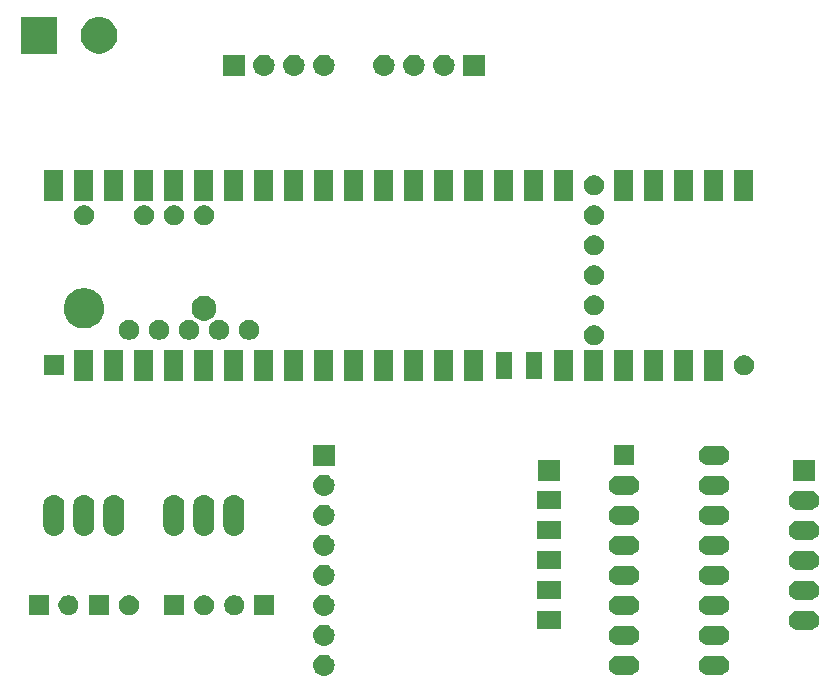
<source format=gbr>
G04 #@! TF.GenerationSoftware,KiCad,Pcbnew,(5.1.2)-2*
G04 #@! TF.CreationDate,2019-10-06T07:15:54-10:00*
G04 #@! TF.ProjectId,differential_robot(v1),64696666-6572-4656-9e74-69616c5f726f,rev?*
G04 #@! TF.SameCoordinates,Original*
G04 #@! TF.FileFunction,Soldermask,Bot*
G04 #@! TF.FilePolarity,Negative*
%FSLAX46Y46*%
G04 Gerber Fmt 4.6, Leading zero omitted, Abs format (unit mm)*
G04 Created by KiCad (PCBNEW (5.1.2)-2) date 2019-10-06 07:15:54*
%MOMM*%
%LPD*%
G04 APERTURE LIST*
%ADD10C,0.100000*%
G04 APERTURE END LIST*
D10*
G36*
X106790442Y-131185518D02*
G01*
X106856627Y-131192037D01*
X107026466Y-131243557D01*
X107182991Y-131327222D01*
X107218729Y-131356552D01*
X107320186Y-131439814D01*
X107403448Y-131541271D01*
X107432778Y-131577009D01*
X107516443Y-131733534D01*
X107567963Y-131903373D01*
X107585359Y-132080000D01*
X107567963Y-132256627D01*
X107516443Y-132426466D01*
X107432778Y-132582991D01*
X107403448Y-132618729D01*
X107320186Y-132720186D01*
X107218729Y-132803448D01*
X107182991Y-132832778D01*
X107026466Y-132916443D01*
X106856627Y-132967963D01*
X106790443Y-132974481D01*
X106724260Y-132981000D01*
X106635740Y-132981000D01*
X106569557Y-132974481D01*
X106503373Y-132967963D01*
X106333534Y-132916443D01*
X106177009Y-132832778D01*
X106141271Y-132803448D01*
X106039814Y-132720186D01*
X105956552Y-132618729D01*
X105927222Y-132582991D01*
X105843557Y-132426466D01*
X105792037Y-132256627D01*
X105774641Y-132080000D01*
X105792037Y-131903373D01*
X105843557Y-131733534D01*
X105927222Y-131577009D01*
X105956552Y-131541271D01*
X106039814Y-131439814D01*
X106141271Y-131356552D01*
X106177009Y-131327222D01*
X106333534Y-131243557D01*
X106503373Y-131192037D01*
X106569558Y-131185518D01*
X106635740Y-131179000D01*
X106724260Y-131179000D01*
X106790442Y-131185518D01*
X106790442Y-131185518D01*
G37*
G36*
X140278571Y-131282863D02*
G01*
X140357023Y-131290590D01*
X140457682Y-131321125D01*
X140508013Y-131336392D01*
X140647165Y-131410771D01*
X140769133Y-131510867D01*
X140869229Y-131632835D01*
X140943608Y-131771987D01*
X140943608Y-131771988D01*
X140989410Y-131922977D01*
X141004875Y-132080000D01*
X140989410Y-132237023D01*
X140983463Y-132256627D01*
X140943608Y-132388013D01*
X140869229Y-132527165D01*
X140769133Y-132649133D01*
X140647165Y-132749229D01*
X140508013Y-132823608D01*
X140457682Y-132838875D01*
X140357023Y-132869410D01*
X140278571Y-132877137D01*
X140239346Y-132881000D01*
X139160654Y-132881000D01*
X139121429Y-132877137D01*
X139042977Y-132869410D01*
X138942318Y-132838875D01*
X138891987Y-132823608D01*
X138752835Y-132749229D01*
X138630867Y-132649133D01*
X138530771Y-132527165D01*
X138456392Y-132388013D01*
X138416537Y-132256627D01*
X138410590Y-132237023D01*
X138395125Y-132080000D01*
X138410590Y-131922977D01*
X138456392Y-131771988D01*
X138456392Y-131771987D01*
X138530771Y-131632835D01*
X138630867Y-131510867D01*
X138752835Y-131410771D01*
X138891987Y-131336392D01*
X138942318Y-131321125D01*
X139042977Y-131290590D01*
X139121429Y-131282863D01*
X139160654Y-131279000D01*
X140239346Y-131279000D01*
X140278571Y-131282863D01*
X140278571Y-131282863D01*
G37*
G36*
X132658571Y-131282863D02*
G01*
X132737023Y-131290590D01*
X132837682Y-131321125D01*
X132888013Y-131336392D01*
X133027165Y-131410771D01*
X133149133Y-131510867D01*
X133249229Y-131632835D01*
X133323608Y-131771987D01*
X133323608Y-131771988D01*
X133369410Y-131922977D01*
X133384875Y-132080000D01*
X133369410Y-132237023D01*
X133363463Y-132256627D01*
X133323608Y-132388013D01*
X133249229Y-132527165D01*
X133149133Y-132649133D01*
X133027165Y-132749229D01*
X132888013Y-132823608D01*
X132837682Y-132838875D01*
X132737023Y-132869410D01*
X132658571Y-132877137D01*
X132619346Y-132881000D01*
X131540654Y-132881000D01*
X131501429Y-132877137D01*
X131422977Y-132869410D01*
X131322318Y-132838875D01*
X131271987Y-132823608D01*
X131132835Y-132749229D01*
X131010867Y-132649133D01*
X130910771Y-132527165D01*
X130836392Y-132388013D01*
X130796537Y-132256627D01*
X130790590Y-132237023D01*
X130775125Y-132080000D01*
X130790590Y-131922977D01*
X130836392Y-131771988D01*
X130836392Y-131771987D01*
X130910771Y-131632835D01*
X131010867Y-131510867D01*
X131132835Y-131410771D01*
X131271987Y-131336392D01*
X131322318Y-131321125D01*
X131422977Y-131290590D01*
X131501429Y-131282863D01*
X131540654Y-131279000D01*
X132619346Y-131279000D01*
X132658571Y-131282863D01*
X132658571Y-131282863D01*
G37*
G36*
X106790443Y-128645519D02*
G01*
X106856627Y-128652037D01*
X107026466Y-128703557D01*
X107182991Y-128787222D01*
X107218729Y-128816552D01*
X107320186Y-128899814D01*
X107403448Y-129001271D01*
X107432778Y-129037009D01*
X107516443Y-129193534D01*
X107567963Y-129363373D01*
X107585359Y-129540000D01*
X107567963Y-129716627D01*
X107516443Y-129886466D01*
X107432778Y-130042991D01*
X107403448Y-130078729D01*
X107320186Y-130180186D01*
X107218729Y-130263448D01*
X107182991Y-130292778D01*
X107026466Y-130376443D01*
X106856627Y-130427963D01*
X106790443Y-130434481D01*
X106724260Y-130441000D01*
X106635740Y-130441000D01*
X106569557Y-130434481D01*
X106503373Y-130427963D01*
X106333534Y-130376443D01*
X106177009Y-130292778D01*
X106141271Y-130263448D01*
X106039814Y-130180186D01*
X105956552Y-130078729D01*
X105927222Y-130042991D01*
X105843557Y-129886466D01*
X105792037Y-129716627D01*
X105774641Y-129540000D01*
X105792037Y-129363373D01*
X105843557Y-129193534D01*
X105927222Y-129037009D01*
X105956552Y-129001271D01*
X106039814Y-128899814D01*
X106141271Y-128816552D01*
X106177009Y-128787222D01*
X106333534Y-128703557D01*
X106503373Y-128652037D01*
X106569557Y-128645519D01*
X106635740Y-128639000D01*
X106724260Y-128639000D01*
X106790443Y-128645519D01*
X106790443Y-128645519D01*
G37*
G36*
X140278571Y-128742863D02*
G01*
X140357023Y-128750590D01*
X140457682Y-128781125D01*
X140508013Y-128796392D01*
X140647165Y-128870771D01*
X140769133Y-128970867D01*
X140869229Y-129092835D01*
X140943608Y-129231987D01*
X140943608Y-129231988D01*
X140989410Y-129382977D01*
X141004875Y-129540000D01*
X140989410Y-129697023D01*
X140983463Y-129716627D01*
X140943608Y-129848013D01*
X140869229Y-129987165D01*
X140769133Y-130109133D01*
X140647165Y-130209229D01*
X140508013Y-130283608D01*
X140457682Y-130298875D01*
X140357023Y-130329410D01*
X140278571Y-130337137D01*
X140239346Y-130341000D01*
X139160654Y-130341000D01*
X139121429Y-130337137D01*
X139042977Y-130329410D01*
X138942318Y-130298875D01*
X138891987Y-130283608D01*
X138752835Y-130209229D01*
X138630867Y-130109133D01*
X138530771Y-129987165D01*
X138456392Y-129848013D01*
X138416537Y-129716627D01*
X138410590Y-129697023D01*
X138395125Y-129540000D01*
X138410590Y-129382977D01*
X138456392Y-129231988D01*
X138456392Y-129231987D01*
X138530771Y-129092835D01*
X138630867Y-128970867D01*
X138752835Y-128870771D01*
X138891987Y-128796392D01*
X138942318Y-128781125D01*
X139042977Y-128750590D01*
X139121429Y-128742863D01*
X139160654Y-128739000D01*
X140239346Y-128739000D01*
X140278571Y-128742863D01*
X140278571Y-128742863D01*
G37*
G36*
X132658571Y-128742863D02*
G01*
X132737023Y-128750590D01*
X132837682Y-128781125D01*
X132888013Y-128796392D01*
X133027165Y-128870771D01*
X133149133Y-128970867D01*
X133249229Y-129092835D01*
X133323608Y-129231987D01*
X133323608Y-129231988D01*
X133369410Y-129382977D01*
X133384875Y-129540000D01*
X133369410Y-129697023D01*
X133363463Y-129716627D01*
X133323608Y-129848013D01*
X133249229Y-129987165D01*
X133149133Y-130109133D01*
X133027165Y-130209229D01*
X132888013Y-130283608D01*
X132837682Y-130298875D01*
X132737023Y-130329410D01*
X132658571Y-130337137D01*
X132619346Y-130341000D01*
X131540654Y-130341000D01*
X131501429Y-130337137D01*
X131422977Y-130329410D01*
X131322318Y-130298875D01*
X131271987Y-130283608D01*
X131132835Y-130209229D01*
X131010867Y-130109133D01*
X130910771Y-129987165D01*
X130836392Y-129848013D01*
X130796537Y-129716627D01*
X130790590Y-129697023D01*
X130775125Y-129540000D01*
X130790590Y-129382977D01*
X130836392Y-129231988D01*
X130836392Y-129231987D01*
X130910771Y-129092835D01*
X131010867Y-128970867D01*
X131132835Y-128870771D01*
X131271987Y-128796392D01*
X131322318Y-128781125D01*
X131422977Y-128750590D01*
X131501429Y-128742863D01*
X131540654Y-128739000D01*
X132619346Y-128739000D01*
X132658571Y-128742863D01*
X132658571Y-128742863D01*
G37*
G36*
X147898571Y-127472863D02*
G01*
X147977023Y-127480590D01*
X148050869Y-127502991D01*
X148128013Y-127526392D01*
X148267165Y-127600771D01*
X148389133Y-127700867D01*
X148489229Y-127822835D01*
X148563608Y-127961987D01*
X148563608Y-127961988D01*
X148609410Y-128112977D01*
X148624875Y-128270000D01*
X148609410Y-128427023D01*
X148578875Y-128527682D01*
X148563608Y-128578013D01*
X148489229Y-128717165D01*
X148389133Y-128839133D01*
X148267165Y-128939229D01*
X148128013Y-129013608D01*
X148103644Y-129021000D01*
X147977023Y-129059410D01*
X147898571Y-129067137D01*
X147859346Y-129071000D01*
X146780654Y-129071000D01*
X146741429Y-129067137D01*
X146662977Y-129059410D01*
X146536356Y-129021000D01*
X146511987Y-129013608D01*
X146372835Y-128939229D01*
X146250867Y-128839133D01*
X146150771Y-128717165D01*
X146076392Y-128578013D01*
X146061125Y-128527682D01*
X146030590Y-128427023D01*
X146015125Y-128270000D01*
X146030590Y-128112977D01*
X146076392Y-127961988D01*
X146076392Y-127961987D01*
X146150771Y-127822835D01*
X146250867Y-127700867D01*
X146372835Y-127600771D01*
X146511987Y-127526392D01*
X146589131Y-127502991D01*
X146662977Y-127480590D01*
X146741429Y-127472863D01*
X146780654Y-127469000D01*
X147859346Y-127469000D01*
X147898571Y-127472863D01*
X147898571Y-127472863D01*
G37*
G36*
X126781000Y-129021000D02*
G01*
X124679000Y-129021000D01*
X124679000Y-127519000D01*
X126781000Y-127519000D01*
X126781000Y-129021000D01*
X126781000Y-129021000D01*
G37*
G36*
X106790443Y-126105519D02*
G01*
X106856627Y-126112037D01*
X107026466Y-126163557D01*
X107182991Y-126247222D01*
X107218729Y-126276552D01*
X107320186Y-126359814D01*
X107400369Y-126457519D01*
X107432778Y-126497009D01*
X107516443Y-126653534D01*
X107567963Y-126823373D01*
X107585359Y-127000000D01*
X107567963Y-127176627D01*
X107516443Y-127346466D01*
X107432778Y-127502991D01*
X107413573Y-127526392D01*
X107320186Y-127640186D01*
X107218729Y-127723448D01*
X107182991Y-127752778D01*
X107026466Y-127836443D01*
X106856627Y-127887963D01*
X106790442Y-127894482D01*
X106724260Y-127901000D01*
X106635740Y-127901000D01*
X106569558Y-127894482D01*
X106503373Y-127887963D01*
X106333534Y-127836443D01*
X106177009Y-127752778D01*
X106141271Y-127723448D01*
X106039814Y-127640186D01*
X105946427Y-127526392D01*
X105927222Y-127502991D01*
X105843557Y-127346466D01*
X105792037Y-127176627D01*
X105774641Y-127000000D01*
X105792037Y-126823373D01*
X105843557Y-126653534D01*
X105927222Y-126497009D01*
X105959631Y-126457519D01*
X106039814Y-126359814D01*
X106141271Y-126276552D01*
X106177009Y-126247222D01*
X106333534Y-126163557D01*
X106503373Y-126112037D01*
X106569557Y-126105519D01*
X106635740Y-126099000D01*
X106724260Y-126099000D01*
X106790443Y-126105519D01*
X106790443Y-126105519D01*
G37*
G36*
X83401000Y-127851000D02*
G01*
X81699000Y-127851000D01*
X81699000Y-126149000D01*
X83401000Y-126149000D01*
X83401000Y-127851000D01*
X83401000Y-127851000D01*
G37*
G36*
X90418228Y-126181703D02*
G01*
X90573100Y-126245853D01*
X90712481Y-126338985D01*
X90831015Y-126457519D01*
X90924147Y-126596900D01*
X90988297Y-126751772D01*
X91021000Y-126916184D01*
X91021000Y-127083816D01*
X90988297Y-127248228D01*
X90924147Y-127403100D01*
X90831015Y-127542481D01*
X90712481Y-127661015D01*
X90573100Y-127754147D01*
X90418228Y-127818297D01*
X90253816Y-127851000D01*
X90086184Y-127851000D01*
X89921772Y-127818297D01*
X89766900Y-127754147D01*
X89627519Y-127661015D01*
X89508985Y-127542481D01*
X89415853Y-127403100D01*
X89351703Y-127248228D01*
X89319000Y-127083816D01*
X89319000Y-126916184D01*
X89351703Y-126751772D01*
X89415853Y-126596900D01*
X89508985Y-126457519D01*
X89627519Y-126338985D01*
X89766900Y-126245853D01*
X89921772Y-126181703D01*
X90086184Y-126149000D01*
X90253816Y-126149000D01*
X90418228Y-126181703D01*
X90418228Y-126181703D01*
G37*
G36*
X88521000Y-127851000D02*
G01*
X86819000Y-127851000D01*
X86819000Y-126149000D01*
X88521000Y-126149000D01*
X88521000Y-127851000D01*
X88521000Y-127851000D01*
G37*
G36*
X94871000Y-127851000D02*
G01*
X93169000Y-127851000D01*
X93169000Y-126149000D01*
X94871000Y-126149000D01*
X94871000Y-127851000D01*
X94871000Y-127851000D01*
G37*
G36*
X99348228Y-126181703D02*
G01*
X99503100Y-126245853D01*
X99642481Y-126338985D01*
X99761015Y-126457519D01*
X99854147Y-126596900D01*
X99918297Y-126751772D01*
X99951000Y-126916184D01*
X99951000Y-127083816D01*
X99918297Y-127248228D01*
X99854147Y-127403100D01*
X99761015Y-127542481D01*
X99642481Y-127661015D01*
X99503100Y-127754147D01*
X99348228Y-127818297D01*
X99183816Y-127851000D01*
X99016184Y-127851000D01*
X98851772Y-127818297D01*
X98696900Y-127754147D01*
X98557519Y-127661015D01*
X98438985Y-127542481D01*
X98345853Y-127403100D01*
X98281703Y-127248228D01*
X98249000Y-127083816D01*
X98249000Y-126916184D01*
X98281703Y-126751772D01*
X98345853Y-126596900D01*
X98438985Y-126457519D01*
X98557519Y-126338985D01*
X98696900Y-126245853D01*
X98851772Y-126181703D01*
X99016184Y-126149000D01*
X99183816Y-126149000D01*
X99348228Y-126181703D01*
X99348228Y-126181703D01*
G37*
G36*
X102451000Y-127851000D02*
G01*
X100749000Y-127851000D01*
X100749000Y-126149000D01*
X102451000Y-126149000D01*
X102451000Y-127851000D01*
X102451000Y-127851000D01*
G37*
G36*
X85298228Y-126181703D02*
G01*
X85453100Y-126245853D01*
X85592481Y-126338985D01*
X85711015Y-126457519D01*
X85804147Y-126596900D01*
X85868297Y-126751772D01*
X85901000Y-126916184D01*
X85901000Y-127083816D01*
X85868297Y-127248228D01*
X85804147Y-127403100D01*
X85711015Y-127542481D01*
X85592481Y-127661015D01*
X85453100Y-127754147D01*
X85298228Y-127818297D01*
X85133816Y-127851000D01*
X84966184Y-127851000D01*
X84801772Y-127818297D01*
X84646900Y-127754147D01*
X84507519Y-127661015D01*
X84388985Y-127542481D01*
X84295853Y-127403100D01*
X84231703Y-127248228D01*
X84199000Y-127083816D01*
X84199000Y-126916184D01*
X84231703Y-126751772D01*
X84295853Y-126596900D01*
X84388985Y-126457519D01*
X84507519Y-126338985D01*
X84646900Y-126245853D01*
X84801772Y-126181703D01*
X84966184Y-126149000D01*
X85133816Y-126149000D01*
X85298228Y-126181703D01*
X85298228Y-126181703D01*
G37*
G36*
X96768228Y-126181703D02*
G01*
X96923100Y-126245853D01*
X97062481Y-126338985D01*
X97181015Y-126457519D01*
X97274147Y-126596900D01*
X97338297Y-126751772D01*
X97371000Y-126916184D01*
X97371000Y-127083816D01*
X97338297Y-127248228D01*
X97274147Y-127403100D01*
X97181015Y-127542481D01*
X97062481Y-127661015D01*
X96923100Y-127754147D01*
X96768228Y-127818297D01*
X96603816Y-127851000D01*
X96436184Y-127851000D01*
X96271772Y-127818297D01*
X96116900Y-127754147D01*
X95977519Y-127661015D01*
X95858985Y-127542481D01*
X95765853Y-127403100D01*
X95701703Y-127248228D01*
X95669000Y-127083816D01*
X95669000Y-126916184D01*
X95701703Y-126751772D01*
X95765853Y-126596900D01*
X95858985Y-126457519D01*
X95977519Y-126338985D01*
X96116900Y-126245853D01*
X96271772Y-126181703D01*
X96436184Y-126149000D01*
X96603816Y-126149000D01*
X96768228Y-126181703D01*
X96768228Y-126181703D01*
G37*
G36*
X132658571Y-126202863D02*
G01*
X132737023Y-126210590D01*
X132837682Y-126241125D01*
X132888013Y-126256392D01*
X133027165Y-126330771D01*
X133149133Y-126430867D01*
X133249229Y-126552835D01*
X133323608Y-126691987D01*
X133323608Y-126691988D01*
X133369410Y-126842977D01*
X133384875Y-127000000D01*
X133369410Y-127157023D01*
X133363463Y-127176627D01*
X133323608Y-127308013D01*
X133249229Y-127447165D01*
X133149133Y-127569133D01*
X133027165Y-127669229D01*
X132888013Y-127743608D01*
X132837682Y-127758875D01*
X132737023Y-127789410D01*
X132658571Y-127797137D01*
X132619346Y-127801000D01*
X131540654Y-127801000D01*
X131501429Y-127797137D01*
X131422977Y-127789410D01*
X131322318Y-127758875D01*
X131271987Y-127743608D01*
X131132835Y-127669229D01*
X131010867Y-127569133D01*
X130910771Y-127447165D01*
X130836392Y-127308013D01*
X130796537Y-127176627D01*
X130790590Y-127157023D01*
X130775125Y-127000000D01*
X130790590Y-126842977D01*
X130836392Y-126691988D01*
X130836392Y-126691987D01*
X130910771Y-126552835D01*
X131010867Y-126430867D01*
X131132835Y-126330771D01*
X131271987Y-126256392D01*
X131322318Y-126241125D01*
X131422977Y-126210590D01*
X131501429Y-126202863D01*
X131540654Y-126199000D01*
X132619346Y-126199000D01*
X132658571Y-126202863D01*
X132658571Y-126202863D01*
G37*
G36*
X140278571Y-126202863D02*
G01*
X140357023Y-126210590D01*
X140457682Y-126241125D01*
X140508013Y-126256392D01*
X140647165Y-126330771D01*
X140769133Y-126430867D01*
X140869229Y-126552835D01*
X140943608Y-126691987D01*
X140943608Y-126691988D01*
X140989410Y-126842977D01*
X141004875Y-127000000D01*
X140989410Y-127157023D01*
X140983463Y-127176627D01*
X140943608Y-127308013D01*
X140869229Y-127447165D01*
X140769133Y-127569133D01*
X140647165Y-127669229D01*
X140508013Y-127743608D01*
X140457682Y-127758875D01*
X140357023Y-127789410D01*
X140278571Y-127797137D01*
X140239346Y-127801000D01*
X139160654Y-127801000D01*
X139121429Y-127797137D01*
X139042977Y-127789410D01*
X138942318Y-127758875D01*
X138891987Y-127743608D01*
X138752835Y-127669229D01*
X138630867Y-127569133D01*
X138530771Y-127447165D01*
X138456392Y-127308013D01*
X138416537Y-127176627D01*
X138410590Y-127157023D01*
X138395125Y-127000000D01*
X138410590Y-126842977D01*
X138456392Y-126691988D01*
X138456392Y-126691987D01*
X138530771Y-126552835D01*
X138630867Y-126430867D01*
X138752835Y-126330771D01*
X138891987Y-126256392D01*
X138942318Y-126241125D01*
X139042977Y-126210590D01*
X139121429Y-126202863D01*
X139160654Y-126199000D01*
X140239346Y-126199000D01*
X140278571Y-126202863D01*
X140278571Y-126202863D01*
G37*
G36*
X147898571Y-124932863D02*
G01*
X147977023Y-124940590D01*
X148050869Y-124962991D01*
X148128013Y-124986392D01*
X148267165Y-125060771D01*
X148389133Y-125160867D01*
X148489229Y-125282835D01*
X148563608Y-125421987D01*
X148563608Y-125421988D01*
X148609410Y-125572977D01*
X148624875Y-125730000D01*
X148609410Y-125887023D01*
X148578875Y-125987682D01*
X148563608Y-126038013D01*
X148489229Y-126177165D01*
X148389133Y-126299133D01*
X148267165Y-126399229D01*
X148128013Y-126473608D01*
X148103644Y-126481000D01*
X147977023Y-126519410D01*
X147898571Y-126527137D01*
X147859346Y-126531000D01*
X146780654Y-126531000D01*
X146741429Y-126527137D01*
X146662977Y-126519410D01*
X146536356Y-126481000D01*
X146511987Y-126473608D01*
X146372835Y-126399229D01*
X146250867Y-126299133D01*
X146150771Y-126177165D01*
X146076392Y-126038013D01*
X146061125Y-125987682D01*
X146030590Y-125887023D01*
X146015125Y-125730000D01*
X146030590Y-125572977D01*
X146076392Y-125421988D01*
X146076392Y-125421987D01*
X146150771Y-125282835D01*
X146250867Y-125160867D01*
X146372835Y-125060771D01*
X146511987Y-124986392D01*
X146589131Y-124962991D01*
X146662977Y-124940590D01*
X146741429Y-124932863D01*
X146780654Y-124929000D01*
X147859346Y-124929000D01*
X147898571Y-124932863D01*
X147898571Y-124932863D01*
G37*
G36*
X126781000Y-126481000D02*
G01*
X124679000Y-126481000D01*
X124679000Y-124979000D01*
X126781000Y-124979000D01*
X126781000Y-126481000D01*
X126781000Y-126481000D01*
G37*
G36*
X106790442Y-123565518D02*
G01*
X106856627Y-123572037D01*
X107026466Y-123623557D01*
X107182991Y-123707222D01*
X107218729Y-123736552D01*
X107320186Y-123819814D01*
X107403448Y-123921271D01*
X107432778Y-123957009D01*
X107516443Y-124113534D01*
X107567963Y-124283373D01*
X107585359Y-124460000D01*
X107567963Y-124636627D01*
X107516443Y-124806466D01*
X107432778Y-124962991D01*
X107413573Y-124986392D01*
X107320186Y-125100186D01*
X107218729Y-125183448D01*
X107182991Y-125212778D01*
X107026466Y-125296443D01*
X106856627Y-125347963D01*
X106790442Y-125354482D01*
X106724260Y-125361000D01*
X106635740Y-125361000D01*
X106569558Y-125354482D01*
X106503373Y-125347963D01*
X106333534Y-125296443D01*
X106177009Y-125212778D01*
X106141271Y-125183448D01*
X106039814Y-125100186D01*
X105946427Y-124986392D01*
X105927222Y-124962991D01*
X105843557Y-124806466D01*
X105792037Y-124636627D01*
X105774641Y-124460000D01*
X105792037Y-124283373D01*
X105843557Y-124113534D01*
X105927222Y-123957009D01*
X105956552Y-123921271D01*
X106039814Y-123819814D01*
X106141271Y-123736552D01*
X106177009Y-123707222D01*
X106333534Y-123623557D01*
X106503373Y-123572037D01*
X106569558Y-123565518D01*
X106635740Y-123559000D01*
X106724260Y-123559000D01*
X106790442Y-123565518D01*
X106790442Y-123565518D01*
G37*
G36*
X140278571Y-123662863D02*
G01*
X140357023Y-123670590D01*
X140457682Y-123701125D01*
X140508013Y-123716392D01*
X140647165Y-123790771D01*
X140769133Y-123890867D01*
X140869229Y-124012835D01*
X140943608Y-124151987D01*
X140943608Y-124151988D01*
X140989410Y-124302977D01*
X141004875Y-124460000D01*
X140989410Y-124617023D01*
X140983463Y-124636627D01*
X140943608Y-124768013D01*
X140869229Y-124907165D01*
X140769133Y-125029133D01*
X140647165Y-125129229D01*
X140508013Y-125203608D01*
X140457682Y-125218875D01*
X140357023Y-125249410D01*
X140278571Y-125257137D01*
X140239346Y-125261000D01*
X139160654Y-125261000D01*
X139121429Y-125257137D01*
X139042977Y-125249410D01*
X138942318Y-125218875D01*
X138891987Y-125203608D01*
X138752835Y-125129229D01*
X138630867Y-125029133D01*
X138530771Y-124907165D01*
X138456392Y-124768013D01*
X138416537Y-124636627D01*
X138410590Y-124617023D01*
X138395125Y-124460000D01*
X138410590Y-124302977D01*
X138456392Y-124151988D01*
X138456392Y-124151987D01*
X138530771Y-124012835D01*
X138630867Y-123890867D01*
X138752835Y-123790771D01*
X138891987Y-123716392D01*
X138942318Y-123701125D01*
X139042977Y-123670590D01*
X139121429Y-123662863D01*
X139160654Y-123659000D01*
X140239346Y-123659000D01*
X140278571Y-123662863D01*
X140278571Y-123662863D01*
G37*
G36*
X132658571Y-123662863D02*
G01*
X132737023Y-123670590D01*
X132837682Y-123701125D01*
X132888013Y-123716392D01*
X133027165Y-123790771D01*
X133149133Y-123890867D01*
X133249229Y-124012835D01*
X133323608Y-124151987D01*
X133323608Y-124151988D01*
X133369410Y-124302977D01*
X133384875Y-124460000D01*
X133369410Y-124617023D01*
X133363463Y-124636627D01*
X133323608Y-124768013D01*
X133249229Y-124907165D01*
X133149133Y-125029133D01*
X133027165Y-125129229D01*
X132888013Y-125203608D01*
X132837682Y-125218875D01*
X132737023Y-125249410D01*
X132658571Y-125257137D01*
X132619346Y-125261000D01*
X131540654Y-125261000D01*
X131501429Y-125257137D01*
X131422977Y-125249410D01*
X131322318Y-125218875D01*
X131271987Y-125203608D01*
X131132835Y-125129229D01*
X131010867Y-125029133D01*
X130910771Y-124907165D01*
X130836392Y-124768013D01*
X130796537Y-124636627D01*
X130790590Y-124617023D01*
X130775125Y-124460000D01*
X130790590Y-124302977D01*
X130836392Y-124151988D01*
X130836392Y-124151987D01*
X130910771Y-124012835D01*
X131010867Y-123890867D01*
X131132835Y-123790771D01*
X131271987Y-123716392D01*
X131322318Y-123701125D01*
X131422977Y-123670590D01*
X131501429Y-123662863D01*
X131540654Y-123659000D01*
X132619346Y-123659000D01*
X132658571Y-123662863D01*
X132658571Y-123662863D01*
G37*
G36*
X147898571Y-122392863D02*
G01*
X147977023Y-122400590D01*
X148050869Y-122422991D01*
X148128013Y-122446392D01*
X148267165Y-122520771D01*
X148389133Y-122620867D01*
X148489229Y-122742835D01*
X148563608Y-122881987D01*
X148563608Y-122881988D01*
X148609410Y-123032977D01*
X148624875Y-123190000D01*
X148609410Y-123347023D01*
X148578875Y-123447682D01*
X148563608Y-123498013D01*
X148489229Y-123637165D01*
X148389133Y-123759133D01*
X148267165Y-123859229D01*
X148128013Y-123933608D01*
X148103644Y-123941000D01*
X147977023Y-123979410D01*
X147898571Y-123987137D01*
X147859346Y-123991000D01*
X146780654Y-123991000D01*
X146741429Y-123987137D01*
X146662977Y-123979410D01*
X146536356Y-123941000D01*
X146511987Y-123933608D01*
X146372835Y-123859229D01*
X146250867Y-123759133D01*
X146150771Y-123637165D01*
X146076392Y-123498013D01*
X146061125Y-123447682D01*
X146030590Y-123347023D01*
X146015125Y-123190000D01*
X146030590Y-123032977D01*
X146076392Y-122881988D01*
X146076392Y-122881987D01*
X146150771Y-122742835D01*
X146250867Y-122620867D01*
X146372835Y-122520771D01*
X146511987Y-122446392D01*
X146589131Y-122422991D01*
X146662977Y-122400590D01*
X146741429Y-122392863D01*
X146780654Y-122389000D01*
X147859346Y-122389000D01*
X147898571Y-122392863D01*
X147898571Y-122392863D01*
G37*
G36*
X126781000Y-123941000D02*
G01*
X124679000Y-123941000D01*
X124679000Y-122439000D01*
X126781000Y-122439000D01*
X126781000Y-123941000D01*
X126781000Y-123941000D01*
G37*
G36*
X106790442Y-121025518D02*
G01*
X106856627Y-121032037D01*
X107026466Y-121083557D01*
X107182991Y-121167222D01*
X107218729Y-121196552D01*
X107320186Y-121279814D01*
X107403448Y-121381271D01*
X107432778Y-121417009D01*
X107516443Y-121573534D01*
X107567963Y-121743373D01*
X107585359Y-121920000D01*
X107567963Y-122096627D01*
X107516443Y-122266466D01*
X107432778Y-122422991D01*
X107413573Y-122446392D01*
X107320186Y-122560186D01*
X107218729Y-122643448D01*
X107182991Y-122672778D01*
X107026466Y-122756443D01*
X106856627Y-122807963D01*
X106790443Y-122814481D01*
X106724260Y-122821000D01*
X106635740Y-122821000D01*
X106569557Y-122814481D01*
X106503373Y-122807963D01*
X106333534Y-122756443D01*
X106177009Y-122672778D01*
X106141271Y-122643448D01*
X106039814Y-122560186D01*
X105946427Y-122446392D01*
X105927222Y-122422991D01*
X105843557Y-122266466D01*
X105792037Y-122096627D01*
X105774641Y-121920000D01*
X105792037Y-121743373D01*
X105843557Y-121573534D01*
X105927222Y-121417009D01*
X105956552Y-121381271D01*
X106039814Y-121279814D01*
X106141271Y-121196552D01*
X106177009Y-121167222D01*
X106333534Y-121083557D01*
X106503373Y-121032037D01*
X106569558Y-121025518D01*
X106635740Y-121019000D01*
X106724260Y-121019000D01*
X106790442Y-121025518D01*
X106790442Y-121025518D01*
G37*
G36*
X140278571Y-121122863D02*
G01*
X140357023Y-121130590D01*
X140457682Y-121161125D01*
X140508013Y-121176392D01*
X140647165Y-121250771D01*
X140769133Y-121350867D01*
X140869229Y-121472835D01*
X140943608Y-121611987D01*
X140943608Y-121611988D01*
X140989410Y-121762977D01*
X141004875Y-121920000D01*
X140989410Y-122077023D01*
X140983463Y-122096627D01*
X140943608Y-122228013D01*
X140869229Y-122367165D01*
X140769133Y-122489133D01*
X140647165Y-122589229D01*
X140508013Y-122663608D01*
X140457682Y-122678875D01*
X140357023Y-122709410D01*
X140278571Y-122717137D01*
X140239346Y-122721000D01*
X139160654Y-122721000D01*
X139121429Y-122717137D01*
X139042977Y-122709410D01*
X138942318Y-122678875D01*
X138891987Y-122663608D01*
X138752835Y-122589229D01*
X138630867Y-122489133D01*
X138530771Y-122367165D01*
X138456392Y-122228013D01*
X138416537Y-122096627D01*
X138410590Y-122077023D01*
X138395125Y-121920000D01*
X138410590Y-121762977D01*
X138456392Y-121611988D01*
X138456392Y-121611987D01*
X138530771Y-121472835D01*
X138630867Y-121350867D01*
X138752835Y-121250771D01*
X138891987Y-121176392D01*
X138942318Y-121161125D01*
X139042977Y-121130590D01*
X139121429Y-121122863D01*
X139160654Y-121119000D01*
X140239346Y-121119000D01*
X140278571Y-121122863D01*
X140278571Y-121122863D01*
G37*
G36*
X132658571Y-121122863D02*
G01*
X132737023Y-121130590D01*
X132837682Y-121161125D01*
X132888013Y-121176392D01*
X133027165Y-121250771D01*
X133149133Y-121350867D01*
X133249229Y-121472835D01*
X133323608Y-121611987D01*
X133323608Y-121611988D01*
X133369410Y-121762977D01*
X133384875Y-121920000D01*
X133369410Y-122077023D01*
X133363463Y-122096627D01*
X133323608Y-122228013D01*
X133249229Y-122367165D01*
X133149133Y-122489133D01*
X133027165Y-122589229D01*
X132888013Y-122663608D01*
X132837682Y-122678875D01*
X132737023Y-122709410D01*
X132658571Y-122717137D01*
X132619346Y-122721000D01*
X131540654Y-122721000D01*
X131501429Y-122717137D01*
X131422977Y-122709410D01*
X131322318Y-122678875D01*
X131271987Y-122663608D01*
X131132835Y-122589229D01*
X131010867Y-122489133D01*
X130910771Y-122367165D01*
X130836392Y-122228013D01*
X130796537Y-122096627D01*
X130790590Y-122077023D01*
X130775125Y-121920000D01*
X130790590Y-121762977D01*
X130836392Y-121611988D01*
X130836392Y-121611987D01*
X130910771Y-121472835D01*
X131010867Y-121350867D01*
X131132835Y-121250771D01*
X131271987Y-121176392D01*
X131322318Y-121161125D01*
X131422977Y-121130590D01*
X131501429Y-121122863D01*
X131540654Y-121119000D01*
X132619346Y-121119000D01*
X132658571Y-121122863D01*
X132658571Y-121122863D01*
G37*
G36*
X147898571Y-119852863D02*
G01*
X147977023Y-119860590D01*
X148050869Y-119882991D01*
X148128013Y-119906392D01*
X148267165Y-119980771D01*
X148389133Y-120080867D01*
X148489229Y-120202835D01*
X148563608Y-120341987D01*
X148563608Y-120341988D01*
X148609410Y-120492977D01*
X148624875Y-120650000D01*
X148609410Y-120807023D01*
X148578875Y-120907682D01*
X148563608Y-120958013D01*
X148489229Y-121097165D01*
X148389133Y-121219133D01*
X148267165Y-121319229D01*
X148128013Y-121393608D01*
X148103644Y-121401000D01*
X147977023Y-121439410D01*
X147898571Y-121447137D01*
X147859346Y-121451000D01*
X146780654Y-121451000D01*
X146741429Y-121447137D01*
X146662977Y-121439410D01*
X146536356Y-121401000D01*
X146511987Y-121393608D01*
X146372835Y-121319229D01*
X146250867Y-121219133D01*
X146150771Y-121097165D01*
X146076392Y-120958013D01*
X146061125Y-120907682D01*
X146030590Y-120807023D01*
X146015125Y-120650000D01*
X146030590Y-120492977D01*
X146076392Y-120341988D01*
X146076392Y-120341987D01*
X146150771Y-120202835D01*
X146250867Y-120080867D01*
X146372835Y-119980771D01*
X146511987Y-119906392D01*
X146589131Y-119882991D01*
X146662977Y-119860590D01*
X146741429Y-119852863D01*
X146780654Y-119849000D01*
X147859346Y-119849000D01*
X147898571Y-119852863D01*
X147898571Y-119852863D01*
G37*
G36*
X126781000Y-121401000D02*
G01*
X124679000Y-121401000D01*
X124679000Y-119899000D01*
X126781000Y-119899000D01*
X126781000Y-121401000D01*
X126781000Y-121401000D01*
G37*
G36*
X83994313Y-117665466D02*
G01*
X84161927Y-117716312D01*
X84208115Y-117741000D01*
X84316403Y-117798880D01*
X84451801Y-117909999D01*
X84562923Y-118045401D01*
X84645487Y-118199869D01*
X84645488Y-118199872D01*
X84696334Y-118367486D01*
X84709200Y-118498120D01*
X84709200Y-120261880D01*
X84696334Y-120392514D01*
X84645488Y-120560128D01*
X84645487Y-120560131D01*
X84562923Y-120714599D01*
X84451801Y-120850001D01*
X84316399Y-120961123D01*
X84161931Y-121043687D01*
X84161928Y-121043688D01*
X83994314Y-121094534D01*
X83820000Y-121111702D01*
X83645687Y-121094534D01*
X83478073Y-121043688D01*
X83478070Y-121043687D01*
X83323602Y-120961123D01*
X83188200Y-120850001D01*
X83077078Y-120714599D01*
X82994514Y-120560131D01*
X82994513Y-120560128D01*
X82943667Y-120392514D01*
X82930801Y-120261880D01*
X82930800Y-118498121D01*
X82943666Y-118367487D01*
X82994512Y-118199873D01*
X83077078Y-118045401D01*
X83077080Y-118045397D01*
X83188199Y-117909999D01*
X83323601Y-117798877D01*
X83478069Y-117716313D01*
X83478072Y-117716312D01*
X83645686Y-117665466D01*
X83820000Y-117648298D01*
X83994313Y-117665466D01*
X83994313Y-117665466D01*
G37*
G36*
X86534313Y-117665466D02*
G01*
X86701927Y-117716312D01*
X86748115Y-117741000D01*
X86856403Y-117798880D01*
X86991801Y-117909999D01*
X87102923Y-118045401D01*
X87185487Y-118199869D01*
X87185488Y-118199872D01*
X87236334Y-118367486D01*
X87249200Y-118498120D01*
X87249200Y-120261880D01*
X87236334Y-120392514D01*
X87185488Y-120560128D01*
X87185487Y-120560131D01*
X87102923Y-120714599D01*
X86991801Y-120850001D01*
X86856399Y-120961123D01*
X86701931Y-121043687D01*
X86701928Y-121043688D01*
X86534314Y-121094534D01*
X86360000Y-121111702D01*
X86185687Y-121094534D01*
X86018073Y-121043688D01*
X86018070Y-121043687D01*
X85863602Y-120961123D01*
X85728200Y-120850001D01*
X85617078Y-120714599D01*
X85534514Y-120560131D01*
X85534513Y-120560128D01*
X85483667Y-120392514D01*
X85470801Y-120261880D01*
X85470800Y-118498121D01*
X85483666Y-118367487D01*
X85534512Y-118199873D01*
X85617078Y-118045401D01*
X85617080Y-118045397D01*
X85728199Y-117909999D01*
X85863601Y-117798877D01*
X86018069Y-117716313D01*
X86018072Y-117716312D01*
X86185686Y-117665466D01*
X86360000Y-117648298D01*
X86534313Y-117665466D01*
X86534313Y-117665466D01*
G37*
G36*
X89074313Y-117665466D02*
G01*
X89241927Y-117716312D01*
X89288115Y-117741000D01*
X89396403Y-117798880D01*
X89531801Y-117909999D01*
X89642923Y-118045401D01*
X89725487Y-118199869D01*
X89725488Y-118199872D01*
X89776334Y-118367486D01*
X89789200Y-118498120D01*
X89789200Y-120261880D01*
X89776334Y-120392514D01*
X89725488Y-120560128D01*
X89725487Y-120560131D01*
X89642923Y-120714599D01*
X89531801Y-120850001D01*
X89396399Y-120961123D01*
X89241931Y-121043687D01*
X89241928Y-121043688D01*
X89074314Y-121094534D01*
X88900000Y-121111702D01*
X88725687Y-121094534D01*
X88558073Y-121043688D01*
X88558070Y-121043687D01*
X88403602Y-120961123D01*
X88268200Y-120850001D01*
X88157078Y-120714599D01*
X88074514Y-120560131D01*
X88074513Y-120560128D01*
X88023667Y-120392514D01*
X88010801Y-120261880D01*
X88010800Y-118498121D01*
X88023666Y-118367487D01*
X88074512Y-118199873D01*
X88157078Y-118045401D01*
X88157080Y-118045397D01*
X88268199Y-117909999D01*
X88403601Y-117798877D01*
X88558069Y-117716313D01*
X88558072Y-117716312D01*
X88725686Y-117665466D01*
X88900000Y-117648298D01*
X89074313Y-117665466D01*
X89074313Y-117665466D01*
G37*
G36*
X99234313Y-117665466D02*
G01*
X99401927Y-117716312D01*
X99448115Y-117741000D01*
X99556403Y-117798880D01*
X99691801Y-117909999D01*
X99802923Y-118045401D01*
X99885487Y-118199869D01*
X99885488Y-118199872D01*
X99936334Y-118367486D01*
X99949200Y-118498120D01*
X99949200Y-120261880D01*
X99936334Y-120392514D01*
X99885488Y-120560128D01*
X99885487Y-120560131D01*
X99802923Y-120714599D01*
X99691801Y-120850001D01*
X99556399Y-120961123D01*
X99401931Y-121043687D01*
X99401928Y-121043688D01*
X99234314Y-121094534D01*
X99060000Y-121111702D01*
X98885687Y-121094534D01*
X98718073Y-121043688D01*
X98718070Y-121043687D01*
X98563602Y-120961123D01*
X98428200Y-120850001D01*
X98317078Y-120714599D01*
X98234514Y-120560131D01*
X98234513Y-120560128D01*
X98183667Y-120392514D01*
X98170801Y-120261880D01*
X98170800Y-118498121D01*
X98183666Y-118367487D01*
X98234512Y-118199873D01*
X98317078Y-118045401D01*
X98317080Y-118045397D01*
X98428199Y-117909999D01*
X98563601Y-117798877D01*
X98718069Y-117716313D01*
X98718072Y-117716312D01*
X98885686Y-117665466D01*
X99060000Y-117648298D01*
X99234313Y-117665466D01*
X99234313Y-117665466D01*
G37*
G36*
X96694313Y-117665466D02*
G01*
X96861927Y-117716312D01*
X96908115Y-117741000D01*
X97016403Y-117798880D01*
X97151801Y-117909999D01*
X97262923Y-118045401D01*
X97345487Y-118199869D01*
X97345488Y-118199872D01*
X97396334Y-118367486D01*
X97409200Y-118498120D01*
X97409200Y-120261880D01*
X97396334Y-120392514D01*
X97345488Y-120560128D01*
X97345487Y-120560131D01*
X97262923Y-120714599D01*
X97151801Y-120850001D01*
X97016399Y-120961123D01*
X96861931Y-121043687D01*
X96861928Y-121043688D01*
X96694314Y-121094534D01*
X96520000Y-121111702D01*
X96345687Y-121094534D01*
X96178073Y-121043688D01*
X96178070Y-121043687D01*
X96023602Y-120961123D01*
X95888200Y-120850001D01*
X95777078Y-120714599D01*
X95694514Y-120560131D01*
X95694513Y-120560128D01*
X95643667Y-120392514D01*
X95630801Y-120261880D01*
X95630800Y-118498121D01*
X95643666Y-118367487D01*
X95694512Y-118199873D01*
X95777078Y-118045401D01*
X95777080Y-118045397D01*
X95888199Y-117909999D01*
X96023601Y-117798877D01*
X96178069Y-117716313D01*
X96178072Y-117716312D01*
X96345686Y-117665466D01*
X96520000Y-117648298D01*
X96694313Y-117665466D01*
X96694313Y-117665466D01*
G37*
G36*
X94154313Y-117665466D02*
G01*
X94321927Y-117716312D01*
X94368115Y-117741000D01*
X94476403Y-117798880D01*
X94611801Y-117909999D01*
X94722923Y-118045401D01*
X94805487Y-118199869D01*
X94805488Y-118199872D01*
X94856334Y-118367486D01*
X94869200Y-118498120D01*
X94869200Y-120261880D01*
X94856334Y-120392514D01*
X94805488Y-120560128D01*
X94805487Y-120560131D01*
X94722923Y-120714599D01*
X94611801Y-120850001D01*
X94476399Y-120961123D01*
X94321931Y-121043687D01*
X94321928Y-121043688D01*
X94154314Y-121094534D01*
X93980000Y-121111702D01*
X93805687Y-121094534D01*
X93638073Y-121043688D01*
X93638070Y-121043687D01*
X93483602Y-120961123D01*
X93348200Y-120850001D01*
X93237078Y-120714599D01*
X93154514Y-120560131D01*
X93154513Y-120560128D01*
X93103667Y-120392514D01*
X93090801Y-120261880D01*
X93090800Y-118498121D01*
X93103666Y-118367487D01*
X93154512Y-118199873D01*
X93237078Y-118045401D01*
X93237080Y-118045397D01*
X93348199Y-117909999D01*
X93483601Y-117798877D01*
X93638069Y-117716313D01*
X93638072Y-117716312D01*
X93805686Y-117665466D01*
X93980000Y-117648298D01*
X94154313Y-117665466D01*
X94154313Y-117665466D01*
G37*
G36*
X106790442Y-118485518D02*
G01*
X106856627Y-118492037D01*
X107026466Y-118543557D01*
X107182991Y-118627222D01*
X107218729Y-118656552D01*
X107320186Y-118739814D01*
X107403448Y-118841271D01*
X107432778Y-118877009D01*
X107516443Y-119033534D01*
X107567963Y-119203373D01*
X107585359Y-119380000D01*
X107567963Y-119556627D01*
X107516443Y-119726466D01*
X107432778Y-119882991D01*
X107413573Y-119906392D01*
X107320186Y-120020186D01*
X107218729Y-120103448D01*
X107182991Y-120132778D01*
X107026466Y-120216443D01*
X106856627Y-120267963D01*
X106790442Y-120274482D01*
X106724260Y-120281000D01*
X106635740Y-120281000D01*
X106569558Y-120274482D01*
X106503373Y-120267963D01*
X106333534Y-120216443D01*
X106177009Y-120132778D01*
X106141271Y-120103448D01*
X106039814Y-120020186D01*
X105946427Y-119906392D01*
X105927222Y-119882991D01*
X105843557Y-119726466D01*
X105792037Y-119556627D01*
X105774641Y-119380000D01*
X105792037Y-119203373D01*
X105843557Y-119033534D01*
X105927222Y-118877009D01*
X105956552Y-118841271D01*
X106039814Y-118739814D01*
X106141271Y-118656552D01*
X106177009Y-118627222D01*
X106333534Y-118543557D01*
X106503373Y-118492037D01*
X106569558Y-118485518D01*
X106635740Y-118479000D01*
X106724260Y-118479000D01*
X106790442Y-118485518D01*
X106790442Y-118485518D01*
G37*
G36*
X140278571Y-118582863D02*
G01*
X140357023Y-118590590D01*
X140457682Y-118621125D01*
X140508013Y-118636392D01*
X140647165Y-118710771D01*
X140769133Y-118810867D01*
X140869229Y-118932835D01*
X140943608Y-119071987D01*
X140943608Y-119071988D01*
X140989410Y-119222977D01*
X141004875Y-119380000D01*
X140989410Y-119537023D01*
X140983463Y-119556627D01*
X140943608Y-119688013D01*
X140869229Y-119827165D01*
X140769133Y-119949133D01*
X140647165Y-120049229D01*
X140508013Y-120123608D01*
X140457682Y-120138875D01*
X140357023Y-120169410D01*
X140278571Y-120177137D01*
X140239346Y-120181000D01*
X139160654Y-120181000D01*
X139121429Y-120177137D01*
X139042977Y-120169410D01*
X138942318Y-120138875D01*
X138891987Y-120123608D01*
X138752835Y-120049229D01*
X138630867Y-119949133D01*
X138530771Y-119827165D01*
X138456392Y-119688013D01*
X138416537Y-119556627D01*
X138410590Y-119537023D01*
X138395125Y-119380000D01*
X138410590Y-119222977D01*
X138456392Y-119071988D01*
X138456392Y-119071987D01*
X138530771Y-118932835D01*
X138630867Y-118810867D01*
X138752835Y-118710771D01*
X138891987Y-118636392D01*
X138942318Y-118621125D01*
X139042977Y-118590590D01*
X139121429Y-118582863D01*
X139160654Y-118579000D01*
X140239346Y-118579000D01*
X140278571Y-118582863D01*
X140278571Y-118582863D01*
G37*
G36*
X132658571Y-118582863D02*
G01*
X132737023Y-118590590D01*
X132837682Y-118621125D01*
X132888013Y-118636392D01*
X133027165Y-118710771D01*
X133149133Y-118810867D01*
X133249229Y-118932835D01*
X133323608Y-119071987D01*
X133323608Y-119071988D01*
X133369410Y-119222977D01*
X133384875Y-119380000D01*
X133369410Y-119537023D01*
X133363463Y-119556627D01*
X133323608Y-119688013D01*
X133249229Y-119827165D01*
X133149133Y-119949133D01*
X133027165Y-120049229D01*
X132888013Y-120123608D01*
X132837682Y-120138875D01*
X132737023Y-120169410D01*
X132658571Y-120177137D01*
X132619346Y-120181000D01*
X131540654Y-120181000D01*
X131501429Y-120177137D01*
X131422977Y-120169410D01*
X131322318Y-120138875D01*
X131271987Y-120123608D01*
X131132835Y-120049229D01*
X131010867Y-119949133D01*
X130910771Y-119827165D01*
X130836392Y-119688013D01*
X130796537Y-119556627D01*
X130790590Y-119537023D01*
X130775125Y-119380000D01*
X130790590Y-119222977D01*
X130836392Y-119071988D01*
X130836392Y-119071987D01*
X130910771Y-118932835D01*
X131010867Y-118810867D01*
X131132835Y-118710771D01*
X131271987Y-118636392D01*
X131322318Y-118621125D01*
X131422977Y-118590590D01*
X131501429Y-118582863D01*
X131540654Y-118579000D01*
X132619346Y-118579000D01*
X132658571Y-118582863D01*
X132658571Y-118582863D01*
G37*
G36*
X147898571Y-117312863D02*
G01*
X147977023Y-117320590D01*
X148050869Y-117342991D01*
X148128013Y-117366392D01*
X148267165Y-117440771D01*
X148389133Y-117540867D01*
X148489229Y-117662835D01*
X148563608Y-117801987D01*
X148563608Y-117801988D01*
X148609410Y-117952977D01*
X148624875Y-118110000D01*
X148609410Y-118267023D01*
X148578935Y-118367486D01*
X148563608Y-118418013D01*
X148489229Y-118557165D01*
X148389133Y-118679133D01*
X148267165Y-118779229D01*
X148128013Y-118853608D01*
X148103644Y-118861000D01*
X147977023Y-118899410D01*
X147898571Y-118907137D01*
X147859346Y-118911000D01*
X146780654Y-118911000D01*
X146741429Y-118907137D01*
X146662977Y-118899410D01*
X146536356Y-118861000D01*
X146511987Y-118853608D01*
X146372835Y-118779229D01*
X146250867Y-118679133D01*
X146150771Y-118557165D01*
X146076392Y-118418013D01*
X146061065Y-118367486D01*
X146030590Y-118267023D01*
X146015125Y-118110000D01*
X146030590Y-117952977D01*
X146076392Y-117801988D01*
X146076392Y-117801987D01*
X146150771Y-117662835D01*
X146250867Y-117540867D01*
X146372835Y-117440771D01*
X146511987Y-117366392D01*
X146589131Y-117342991D01*
X146662977Y-117320590D01*
X146741429Y-117312863D01*
X146780654Y-117309000D01*
X147859346Y-117309000D01*
X147898571Y-117312863D01*
X147898571Y-117312863D01*
G37*
G36*
X126781000Y-118861000D02*
G01*
X124679000Y-118861000D01*
X124679000Y-117359000D01*
X126781000Y-117359000D01*
X126781000Y-118861000D01*
X126781000Y-118861000D01*
G37*
G36*
X106790442Y-115945518D02*
G01*
X106856627Y-115952037D01*
X107026466Y-116003557D01*
X107182991Y-116087222D01*
X107218729Y-116116552D01*
X107320186Y-116199814D01*
X107403448Y-116301271D01*
X107432778Y-116337009D01*
X107516443Y-116493534D01*
X107567963Y-116663373D01*
X107585359Y-116840000D01*
X107567963Y-117016627D01*
X107516443Y-117186466D01*
X107432778Y-117342991D01*
X107413573Y-117366392D01*
X107320186Y-117480186D01*
X107218729Y-117563448D01*
X107182991Y-117592778D01*
X107026466Y-117676443D01*
X106856627Y-117727963D01*
X106790442Y-117734482D01*
X106724260Y-117741000D01*
X106635740Y-117741000D01*
X106569558Y-117734482D01*
X106503373Y-117727963D01*
X106333534Y-117676443D01*
X106177009Y-117592778D01*
X106141271Y-117563448D01*
X106039814Y-117480186D01*
X105946427Y-117366392D01*
X105927222Y-117342991D01*
X105843557Y-117186466D01*
X105792037Y-117016627D01*
X105774641Y-116840000D01*
X105792037Y-116663373D01*
X105843557Y-116493534D01*
X105927222Y-116337009D01*
X105956552Y-116301271D01*
X106039814Y-116199814D01*
X106141271Y-116116552D01*
X106177009Y-116087222D01*
X106333534Y-116003557D01*
X106503373Y-115952037D01*
X106569558Y-115945518D01*
X106635740Y-115939000D01*
X106724260Y-115939000D01*
X106790442Y-115945518D01*
X106790442Y-115945518D01*
G37*
G36*
X132658571Y-116042863D02*
G01*
X132737023Y-116050590D01*
X132837682Y-116081125D01*
X132888013Y-116096392D01*
X133027165Y-116170771D01*
X133149133Y-116270867D01*
X133249229Y-116392835D01*
X133323608Y-116531987D01*
X133323608Y-116531988D01*
X133369410Y-116682977D01*
X133384875Y-116840000D01*
X133369410Y-116997023D01*
X133363463Y-117016627D01*
X133323608Y-117148013D01*
X133249229Y-117287165D01*
X133149133Y-117409133D01*
X133027165Y-117509229D01*
X132888013Y-117583608D01*
X132837682Y-117598875D01*
X132737023Y-117629410D01*
X132658571Y-117637137D01*
X132619346Y-117641000D01*
X131540654Y-117641000D01*
X131501429Y-117637137D01*
X131422977Y-117629410D01*
X131322318Y-117598875D01*
X131271987Y-117583608D01*
X131132835Y-117509229D01*
X131010867Y-117409133D01*
X130910771Y-117287165D01*
X130836392Y-117148013D01*
X130796537Y-117016627D01*
X130790590Y-116997023D01*
X130775125Y-116840000D01*
X130790590Y-116682977D01*
X130836392Y-116531988D01*
X130836392Y-116531987D01*
X130910771Y-116392835D01*
X131010867Y-116270867D01*
X131132835Y-116170771D01*
X131271987Y-116096392D01*
X131322318Y-116081125D01*
X131422977Y-116050590D01*
X131501429Y-116042863D01*
X131540654Y-116039000D01*
X132619346Y-116039000D01*
X132658571Y-116042863D01*
X132658571Y-116042863D01*
G37*
G36*
X140278571Y-116042863D02*
G01*
X140357023Y-116050590D01*
X140457682Y-116081125D01*
X140508013Y-116096392D01*
X140647165Y-116170771D01*
X140769133Y-116270867D01*
X140869229Y-116392835D01*
X140943608Y-116531987D01*
X140943608Y-116531988D01*
X140989410Y-116682977D01*
X141004875Y-116840000D01*
X140989410Y-116997023D01*
X140983463Y-117016627D01*
X140943608Y-117148013D01*
X140869229Y-117287165D01*
X140769133Y-117409133D01*
X140647165Y-117509229D01*
X140508013Y-117583608D01*
X140457682Y-117598875D01*
X140357023Y-117629410D01*
X140278571Y-117637137D01*
X140239346Y-117641000D01*
X139160654Y-117641000D01*
X139121429Y-117637137D01*
X139042977Y-117629410D01*
X138942318Y-117598875D01*
X138891987Y-117583608D01*
X138752835Y-117509229D01*
X138630867Y-117409133D01*
X138530771Y-117287165D01*
X138456392Y-117148013D01*
X138416537Y-117016627D01*
X138410590Y-116997023D01*
X138395125Y-116840000D01*
X138410590Y-116682977D01*
X138456392Y-116531988D01*
X138456392Y-116531987D01*
X138530771Y-116392835D01*
X138630867Y-116270867D01*
X138752835Y-116170771D01*
X138891987Y-116096392D01*
X138942318Y-116081125D01*
X139042977Y-116050590D01*
X139121429Y-116042863D01*
X139160654Y-116039000D01*
X140239346Y-116039000D01*
X140278571Y-116042863D01*
X140278571Y-116042863D01*
G37*
G36*
X148221000Y-116471000D02*
G01*
X146419000Y-116471000D01*
X146419000Y-114669000D01*
X148221000Y-114669000D01*
X148221000Y-116471000D01*
X148221000Y-116471000D01*
G37*
G36*
X126631000Y-116471000D02*
G01*
X124829000Y-116471000D01*
X124829000Y-114669000D01*
X126631000Y-114669000D01*
X126631000Y-116471000D01*
X126631000Y-116471000D01*
G37*
G36*
X107581000Y-115201000D02*
G01*
X105779000Y-115201000D01*
X105779000Y-113399000D01*
X107581000Y-113399000D01*
X107581000Y-115201000D01*
X107581000Y-115201000D01*
G37*
G36*
X132931000Y-115151000D02*
G01*
X131229000Y-115151000D01*
X131229000Y-113449000D01*
X132931000Y-113449000D01*
X132931000Y-115151000D01*
X132931000Y-115151000D01*
G37*
G36*
X140278571Y-113502863D02*
G01*
X140357023Y-113510590D01*
X140457682Y-113541125D01*
X140508013Y-113556392D01*
X140647165Y-113630771D01*
X140769133Y-113730867D01*
X140869229Y-113852835D01*
X140943608Y-113991987D01*
X140943608Y-113991988D01*
X140989410Y-114142977D01*
X141004875Y-114300000D01*
X140989410Y-114457023D01*
X140958875Y-114557682D01*
X140943608Y-114608013D01*
X140869229Y-114747165D01*
X140769133Y-114869133D01*
X140647165Y-114969229D01*
X140508013Y-115043608D01*
X140457682Y-115058875D01*
X140357023Y-115089410D01*
X140278571Y-115097137D01*
X140239346Y-115101000D01*
X139160654Y-115101000D01*
X139121429Y-115097137D01*
X139042977Y-115089410D01*
X138942318Y-115058875D01*
X138891987Y-115043608D01*
X138752835Y-114969229D01*
X138630867Y-114869133D01*
X138530771Y-114747165D01*
X138456392Y-114608013D01*
X138441125Y-114557682D01*
X138410590Y-114457023D01*
X138395125Y-114300000D01*
X138410590Y-114142977D01*
X138456392Y-113991988D01*
X138456392Y-113991987D01*
X138530771Y-113852835D01*
X138630867Y-113730867D01*
X138752835Y-113630771D01*
X138891987Y-113556392D01*
X138942318Y-113541125D01*
X139042977Y-113510590D01*
X139121429Y-113502863D01*
X139160654Y-113499000D01*
X140239346Y-113499000D01*
X140278571Y-113502863D01*
X140278571Y-113502863D01*
G37*
G36*
X89701000Y-107981000D02*
G01*
X88099000Y-107981000D01*
X88099000Y-105379000D01*
X89701000Y-105379000D01*
X89701000Y-107981000D01*
X89701000Y-107981000D01*
G37*
G36*
X140501000Y-107981000D02*
G01*
X138899000Y-107981000D01*
X138899000Y-105379000D01*
X140501000Y-105379000D01*
X140501000Y-107981000D01*
X140501000Y-107981000D01*
G37*
G36*
X137961000Y-107981000D02*
G01*
X136359000Y-107981000D01*
X136359000Y-105379000D01*
X137961000Y-105379000D01*
X137961000Y-107981000D01*
X137961000Y-107981000D01*
G37*
G36*
X135421000Y-107981000D02*
G01*
X133819000Y-107981000D01*
X133819000Y-105379000D01*
X135421000Y-105379000D01*
X135421000Y-107981000D01*
X135421000Y-107981000D01*
G37*
G36*
X132881000Y-107981000D02*
G01*
X131279000Y-107981000D01*
X131279000Y-105379000D01*
X132881000Y-105379000D01*
X132881000Y-107981000D01*
X132881000Y-107981000D01*
G37*
G36*
X130341000Y-107981000D02*
G01*
X128739000Y-107981000D01*
X128739000Y-105379000D01*
X130341000Y-105379000D01*
X130341000Y-107981000D01*
X130341000Y-107981000D01*
G37*
G36*
X127801000Y-107981000D02*
G01*
X126199000Y-107981000D01*
X126199000Y-105379000D01*
X127801000Y-105379000D01*
X127801000Y-107981000D01*
X127801000Y-107981000D01*
G37*
G36*
X120181000Y-107981000D02*
G01*
X118579000Y-107981000D01*
X118579000Y-105379000D01*
X120181000Y-105379000D01*
X120181000Y-107981000D01*
X120181000Y-107981000D01*
G37*
G36*
X117641000Y-107981000D02*
G01*
X116039000Y-107981000D01*
X116039000Y-105379000D01*
X117641000Y-105379000D01*
X117641000Y-107981000D01*
X117641000Y-107981000D01*
G37*
G36*
X115101000Y-107981000D02*
G01*
X113499000Y-107981000D01*
X113499000Y-105379000D01*
X115101000Y-105379000D01*
X115101000Y-107981000D01*
X115101000Y-107981000D01*
G37*
G36*
X110021000Y-107981000D02*
G01*
X108419000Y-107981000D01*
X108419000Y-105379000D01*
X110021000Y-105379000D01*
X110021000Y-107981000D01*
X110021000Y-107981000D01*
G37*
G36*
X112561000Y-107981000D02*
G01*
X110959000Y-107981000D01*
X110959000Y-105379000D01*
X112561000Y-105379000D01*
X112561000Y-107981000D01*
X112561000Y-107981000D01*
G37*
G36*
X92241000Y-107981000D02*
G01*
X90639000Y-107981000D01*
X90639000Y-105379000D01*
X92241000Y-105379000D01*
X92241000Y-107981000D01*
X92241000Y-107981000D01*
G37*
G36*
X87161000Y-107981000D02*
G01*
X85559000Y-107981000D01*
X85559000Y-105379000D01*
X87161000Y-105379000D01*
X87161000Y-107981000D01*
X87161000Y-107981000D01*
G37*
G36*
X94781000Y-107981000D02*
G01*
X93179000Y-107981000D01*
X93179000Y-105379000D01*
X94781000Y-105379000D01*
X94781000Y-107981000D01*
X94781000Y-107981000D01*
G37*
G36*
X97321000Y-107981000D02*
G01*
X95719000Y-107981000D01*
X95719000Y-105379000D01*
X97321000Y-105379000D01*
X97321000Y-107981000D01*
X97321000Y-107981000D01*
G37*
G36*
X99861000Y-107981000D02*
G01*
X98259000Y-107981000D01*
X98259000Y-105379000D01*
X99861000Y-105379000D01*
X99861000Y-107981000D01*
X99861000Y-107981000D01*
G37*
G36*
X102401000Y-107981000D02*
G01*
X100799000Y-107981000D01*
X100799000Y-105379000D01*
X102401000Y-105379000D01*
X102401000Y-107981000D01*
X102401000Y-107981000D01*
G37*
G36*
X104941000Y-107981000D02*
G01*
X103339000Y-107981000D01*
X103339000Y-105379000D01*
X104941000Y-105379000D01*
X104941000Y-107981000D01*
X104941000Y-107981000D01*
G37*
G36*
X107481000Y-107981000D02*
G01*
X105879000Y-107981000D01*
X105879000Y-105379000D01*
X107481000Y-105379000D01*
X107481000Y-107981000D01*
X107481000Y-107981000D01*
G37*
G36*
X125161000Y-107831000D02*
G01*
X123759000Y-107831000D01*
X123759000Y-105529000D01*
X125161000Y-105529000D01*
X125161000Y-107831000D01*
X125161000Y-107831000D01*
G37*
G36*
X122621000Y-107831000D02*
G01*
X121219000Y-107831000D01*
X121219000Y-105529000D01*
X122621000Y-105529000D01*
X122621000Y-107831000D01*
X122621000Y-107831000D01*
G37*
G36*
X84671000Y-107531000D02*
G01*
X82969000Y-107531000D01*
X82969000Y-105829000D01*
X84671000Y-105829000D01*
X84671000Y-107531000D01*
X84671000Y-107531000D01*
G37*
G36*
X142488228Y-105861703D02*
G01*
X142643100Y-105925853D01*
X142782481Y-106018985D01*
X142901015Y-106137519D01*
X142994147Y-106276900D01*
X143058297Y-106431772D01*
X143091000Y-106596184D01*
X143091000Y-106763816D01*
X143058297Y-106928228D01*
X142994147Y-107083100D01*
X142901015Y-107222481D01*
X142782481Y-107341015D01*
X142643100Y-107434147D01*
X142488228Y-107498297D01*
X142323816Y-107531000D01*
X142156184Y-107531000D01*
X141991772Y-107498297D01*
X141836900Y-107434147D01*
X141697519Y-107341015D01*
X141578985Y-107222481D01*
X141485853Y-107083100D01*
X141421703Y-106928228D01*
X141389000Y-106763816D01*
X141389000Y-106596184D01*
X141421703Y-106431772D01*
X141485853Y-106276900D01*
X141578985Y-106137519D01*
X141697519Y-106018985D01*
X141836900Y-105925853D01*
X141991772Y-105861703D01*
X142156184Y-105829000D01*
X142323816Y-105829000D01*
X142488228Y-105861703D01*
X142488228Y-105861703D01*
G37*
G36*
X129788228Y-103321703D02*
G01*
X129943100Y-103385853D01*
X130082481Y-103478985D01*
X130201015Y-103597519D01*
X130294147Y-103736900D01*
X130358297Y-103891772D01*
X130391000Y-104056184D01*
X130391000Y-104223816D01*
X130358297Y-104388228D01*
X130294147Y-104543100D01*
X130201015Y-104682481D01*
X130082481Y-104801015D01*
X129943100Y-104894147D01*
X129788228Y-104958297D01*
X129623816Y-104991000D01*
X129456184Y-104991000D01*
X129291772Y-104958297D01*
X129136900Y-104894147D01*
X128997519Y-104801015D01*
X128878985Y-104682481D01*
X128785853Y-104543100D01*
X128721703Y-104388228D01*
X128689000Y-104223816D01*
X128689000Y-104056184D01*
X128721703Y-103891772D01*
X128785853Y-103736900D01*
X128878985Y-103597519D01*
X128997519Y-103478985D01*
X129136900Y-103385853D01*
X129291772Y-103321703D01*
X129456184Y-103289000D01*
X129623816Y-103289000D01*
X129788228Y-103321703D01*
X129788228Y-103321703D01*
G37*
G36*
X98038228Y-102861703D02*
G01*
X98193100Y-102925853D01*
X98332481Y-103018985D01*
X98451015Y-103137519D01*
X98544147Y-103276900D01*
X98608297Y-103431772D01*
X98641000Y-103596184D01*
X98641000Y-103763816D01*
X98608297Y-103928228D01*
X98544147Y-104083100D01*
X98451015Y-104222481D01*
X98332481Y-104341015D01*
X98193100Y-104434147D01*
X98038228Y-104498297D01*
X97873816Y-104531000D01*
X97706184Y-104531000D01*
X97541772Y-104498297D01*
X97386900Y-104434147D01*
X97247519Y-104341015D01*
X97128985Y-104222481D01*
X97035853Y-104083100D01*
X96971703Y-103928228D01*
X96939000Y-103763816D01*
X96939000Y-103596184D01*
X96971703Y-103431772D01*
X97035853Y-103276900D01*
X97128985Y-103137519D01*
X97247519Y-103018985D01*
X97386900Y-102925853D01*
X97541772Y-102861703D01*
X97706184Y-102829000D01*
X97873816Y-102829000D01*
X98038228Y-102861703D01*
X98038228Y-102861703D01*
G37*
G36*
X95498228Y-102861703D02*
G01*
X95653100Y-102925853D01*
X95792481Y-103018985D01*
X95911015Y-103137519D01*
X96004147Y-103276900D01*
X96068297Y-103431772D01*
X96101000Y-103596184D01*
X96101000Y-103763816D01*
X96068297Y-103928228D01*
X96004147Y-104083100D01*
X95911015Y-104222481D01*
X95792481Y-104341015D01*
X95653100Y-104434147D01*
X95498228Y-104498297D01*
X95333816Y-104531000D01*
X95166184Y-104531000D01*
X95001772Y-104498297D01*
X94846900Y-104434147D01*
X94707519Y-104341015D01*
X94588985Y-104222481D01*
X94495853Y-104083100D01*
X94431703Y-103928228D01*
X94399000Y-103763816D01*
X94399000Y-103596184D01*
X94431703Y-103431772D01*
X94495853Y-103276900D01*
X94588985Y-103137519D01*
X94707519Y-103018985D01*
X94846900Y-102925853D01*
X95001772Y-102861703D01*
X95166184Y-102829000D01*
X95333816Y-102829000D01*
X95498228Y-102861703D01*
X95498228Y-102861703D01*
G37*
G36*
X100578228Y-102861703D02*
G01*
X100733100Y-102925853D01*
X100872481Y-103018985D01*
X100991015Y-103137519D01*
X101084147Y-103276900D01*
X101148297Y-103431772D01*
X101181000Y-103596184D01*
X101181000Y-103763816D01*
X101148297Y-103928228D01*
X101084147Y-104083100D01*
X100991015Y-104222481D01*
X100872481Y-104341015D01*
X100733100Y-104434147D01*
X100578228Y-104498297D01*
X100413816Y-104531000D01*
X100246184Y-104531000D01*
X100081772Y-104498297D01*
X99926900Y-104434147D01*
X99787519Y-104341015D01*
X99668985Y-104222481D01*
X99575853Y-104083100D01*
X99511703Y-103928228D01*
X99479000Y-103763816D01*
X99479000Y-103596184D01*
X99511703Y-103431772D01*
X99575853Y-103276900D01*
X99668985Y-103137519D01*
X99787519Y-103018985D01*
X99926900Y-102925853D01*
X100081772Y-102861703D01*
X100246184Y-102829000D01*
X100413816Y-102829000D01*
X100578228Y-102861703D01*
X100578228Y-102861703D01*
G37*
G36*
X92958228Y-102861703D02*
G01*
X93113100Y-102925853D01*
X93252481Y-103018985D01*
X93371015Y-103137519D01*
X93464147Y-103276900D01*
X93528297Y-103431772D01*
X93561000Y-103596184D01*
X93561000Y-103763816D01*
X93528297Y-103928228D01*
X93464147Y-104083100D01*
X93371015Y-104222481D01*
X93252481Y-104341015D01*
X93113100Y-104434147D01*
X92958228Y-104498297D01*
X92793816Y-104531000D01*
X92626184Y-104531000D01*
X92461772Y-104498297D01*
X92306900Y-104434147D01*
X92167519Y-104341015D01*
X92048985Y-104222481D01*
X91955853Y-104083100D01*
X91891703Y-103928228D01*
X91859000Y-103763816D01*
X91859000Y-103596184D01*
X91891703Y-103431772D01*
X91955853Y-103276900D01*
X92048985Y-103137519D01*
X92167519Y-103018985D01*
X92306900Y-102925853D01*
X92461772Y-102861703D01*
X92626184Y-102829000D01*
X92793816Y-102829000D01*
X92958228Y-102861703D01*
X92958228Y-102861703D01*
G37*
G36*
X90418228Y-102861703D02*
G01*
X90573100Y-102925853D01*
X90712481Y-103018985D01*
X90831015Y-103137519D01*
X90924147Y-103276900D01*
X90988297Y-103431772D01*
X91021000Y-103596184D01*
X91021000Y-103763816D01*
X90988297Y-103928228D01*
X90924147Y-104083100D01*
X90831015Y-104222481D01*
X90712481Y-104341015D01*
X90573100Y-104434147D01*
X90418228Y-104498297D01*
X90253816Y-104531000D01*
X90086184Y-104531000D01*
X89921772Y-104498297D01*
X89766900Y-104434147D01*
X89627519Y-104341015D01*
X89508985Y-104222481D01*
X89415853Y-104083100D01*
X89351703Y-103928228D01*
X89319000Y-103763816D01*
X89319000Y-103596184D01*
X89351703Y-103431772D01*
X89415853Y-103276900D01*
X89508985Y-103137519D01*
X89627519Y-103018985D01*
X89766900Y-102925853D01*
X89921772Y-102861703D01*
X90086184Y-102829000D01*
X90253816Y-102829000D01*
X90418228Y-102861703D01*
X90418228Y-102861703D01*
G37*
G36*
X86746847Y-100195605D02*
G01*
X86856455Y-100217407D01*
X87166199Y-100345707D01*
X87444962Y-100531970D01*
X87682030Y-100769038D01*
X87868293Y-101047801D01*
X87996021Y-101356165D01*
X87996593Y-101357546D01*
X88062000Y-101686366D01*
X88062000Y-102021634D01*
X88018395Y-102240847D01*
X87996593Y-102350455D01*
X87868293Y-102660199D01*
X87682030Y-102938962D01*
X87444962Y-103176030D01*
X87166199Y-103362293D01*
X86856455Y-103490593D01*
X86746847Y-103512395D01*
X86527634Y-103556000D01*
X86192366Y-103556000D01*
X85973153Y-103512395D01*
X85863545Y-103490593D01*
X85553801Y-103362293D01*
X85275038Y-103176030D01*
X85037970Y-102938962D01*
X84851707Y-102660199D01*
X84723407Y-102350455D01*
X84701605Y-102240847D01*
X84658000Y-102021634D01*
X84658000Y-101686366D01*
X84723407Y-101357546D01*
X84723979Y-101356165D01*
X84851707Y-101047801D01*
X85037970Y-100769038D01*
X85275038Y-100531970D01*
X85553801Y-100345707D01*
X85863545Y-100217407D01*
X85973153Y-100195605D01*
X86192366Y-100152000D01*
X86527634Y-100152000D01*
X86746847Y-100195605D01*
X86746847Y-100195605D01*
G37*
G36*
X96826564Y-100843389D02*
G01*
X97017833Y-100922615D01*
X97017835Y-100922616D01*
X97189973Y-101037635D01*
X97336365Y-101184027D01*
X97448449Y-101351772D01*
X97451385Y-101356167D01*
X97530611Y-101547436D01*
X97571000Y-101750484D01*
X97571000Y-101957516D01*
X97530611Y-102160564D01*
X97489003Y-102261015D01*
X97451384Y-102351835D01*
X97336365Y-102523973D01*
X97189973Y-102670365D01*
X97017835Y-102785384D01*
X97017834Y-102785385D01*
X97017833Y-102785385D01*
X96826564Y-102864611D01*
X96623516Y-102905000D01*
X96416484Y-102905000D01*
X96213436Y-102864611D01*
X96022167Y-102785385D01*
X96022166Y-102785385D01*
X96022165Y-102785384D01*
X95850027Y-102670365D01*
X95703635Y-102523973D01*
X95588616Y-102351835D01*
X95550997Y-102261015D01*
X95509389Y-102160564D01*
X95469000Y-101957516D01*
X95469000Y-101750484D01*
X95509389Y-101547436D01*
X95588615Y-101356167D01*
X95591552Y-101351772D01*
X95703635Y-101184027D01*
X95850027Y-101037635D01*
X96022165Y-100922616D01*
X96022167Y-100922615D01*
X96213436Y-100843389D01*
X96416484Y-100803000D01*
X96623516Y-100803000D01*
X96826564Y-100843389D01*
X96826564Y-100843389D01*
G37*
G36*
X129788228Y-100781703D02*
G01*
X129943100Y-100845853D01*
X130082481Y-100938985D01*
X130201015Y-101057519D01*
X130294147Y-101196900D01*
X130358297Y-101351772D01*
X130391000Y-101516184D01*
X130391000Y-101683816D01*
X130358297Y-101848228D01*
X130294147Y-102003100D01*
X130201015Y-102142481D01*
X130082481Y-102261015D01*
X129943100Y-102354147D01*
X129788228Y-102418297D01*
X129623816Y-102451000D01*
X129456184Y-102451000D01*
X129291772Y-102418297D01*
X129136900Y-102354147D01*
X128997519Y-102261015D01*
X128878985Y-102142481D01*
X128785853Y-102003100D01*
X128721703Y-101848228D01*
X128689000Y-101683816D01*
X128689000Y-101516184D01*
X128721703Y-101351772D01*
X128785853Y-101196900D01*
X128878985Y-101057519D01*
X128997519Y-100938985D01*
X129136900Y-100845853D01*
X129291772Y-100781703D01*
X129456184Y-100749000D01*
X129623816Y-100749000D01*
X129788228Y-100781703D01*
X129788228Y-100781703D01*
G37*
G36*
X129788228Y-98241703D02*
G01*
X129943100Y-98305853D01*
X130082481Y-98398985D01*
X130201015Y-98517519D01*
X130294147Y-98656900D01*
X130358297Y-98811772D01*
X130391000Y-98976184D01*
X130391000Y-99143816D01*
X130358297Y-99308228D01*
X130294147Y-99463100D01*
X130201015Y-99602481D01*
X130082481Y-99721015D01*
X129943100Y-99814147D01*
X129788228Y-99878297D01*
X129623816Y-99911000D01*
X129456184Y-99911000D01*
X129291772Y-99878297D01*
X129136900Y-99814147D01*
X128997519Y-99721015D01*
X128878985Y-99602481D01*
X128785853Y-99463100D01*
X128721703Y-99308228D01*
X128689000Y-99143816D01*
X128689000Y-98976184D01*
X128721703Y-98811772D01*
X128785853Y-98656900D01*
X128878985Y-98517519D01*
X128997519Y-98398985D01*
X129136900Y-98305853D01*
X129291772Y-98241703D01*
X129456184Y-98209000D01*
X129623816Y-98209000D01*
X129788228Y-98241703D01*
X129788228Y-98241703D01*
G37*
G36*
X129788228Y-95701703D02*
G01*
X129943100Y-95765853D01*
X130082481Y-95858985D01*
X130201015Y-95977519D01*
X130294147Y-96116900D01*
X130358297Y-96271772D01*
X130391000Y-96436184D01*
X130391000Y-96603816D01*
X130358297Y-96768228D01*
X130294147Y-96923100D01*
X130201015Y-97062481D01*
X130082481Y-97181015D01*
X129943100Y-97274147D01*
X129788228Y-97338297D01*
X129623816Y-97371000D01*
X129456184Y-97371000D01*
X129291772Y-97338297D01*
X129136900Y-97274147D01*
X128997519Y-97181015D01*
X128878985Y-97062481D01*
X128785853Y-96923100D01*
X128721703Y-96768228D01*
X128689000Y-96603816D01*
X128689000Y-96436184D01*
X128721703Y-96271772D01*
X128785853Y-96116900D01*
X128878985Y-95977519D01*
X128997519Y-95858985D01*
X129136900Y-95765853D01*
X129291772Y-95701703D01*
X129456184Y-95669000D01*
X129623816Y-95669000D01*
X129788228Y-95701703D01*
X129788228Y-95701703D01*
G37*
G36*
X129788228Y-93161703D02*
G01*
X129943100Y-93225853D01*
X130082481Y-93318985D01*
X130201015Y-93437519D01*
X130294147Y-93576900D01*
X130358297Y-93731772D01*
X130391000Y-93896184D01*
X130391000Y-94063816D01*
X130358297Y-94228228D01*
X130294147Y-94383100D01*
X130201015Y-94522481D01*
X130082481Y-94641015D01*
X129943100Y-94734147D01*
X129788228Y-94798297D01*
X129623816Y-94831000D01*
X129456184Y-94831000D01*
X129291772Y-94798297D01*
X129136900Y-94734147D01*
X128997519Y-94641015D01*
X128878985Y-94522481D01*
X128785853Y-94383100D01*
X128721703Y-94228228D01*
X128689000Y-94063816D01*
X128689000Y-93896184D01*
X128721703Y-93731772D01*
X128785853Y-93576900D01*
X128878985Y-93437519D01*
X128997519Y-93318985D01*
X129136900Y-93225853D01*
X129291772Y-93161703D01*
X129456184Y-93129000D01*
X129623816Y-93129000D01*
X129788228Y-93161703D01*
X129788228Y-93161703D01*
G37*
G36*
X94228228Y-93161703D02*
G01*
X94383100Y-93225853D01*
X94522481Y-93318985D01*
X94641015Y-93437519D01*
X94734147Y-93576900D01*
X94798297Y-93731772D01*
X94831000Y-93896184D01*
X94831000Y-94063816D01*
X94798297Y-94228228D01*
X94734147Y-94383100D01*
X94641015Y-94522481D01*
X94522481Y-94641015D01*
X94383100Y-94734147D01*
X94228228Y-94798297D01*
X94063816Y-94831000D01*
X93896184Y-94831000D01*
X93731772Y-94798297D01*
X93576900Y-94734147D01*
X93437519Y-94641015D01*
X93318985Y-94522481D01*
X93225853Y-94383100D01*
X93161703Y-94228228D01*
X93129000Y-94063816D01*
X93129000Y-93896184D01*
X93161703Y-93731772D01*
X93225853Y-93576900D01*
X93318985Y-93437519D01*
X93437519Y-93318985D01*
X93576900Y-93225853D01*
X93731772Y-93161703D01*
X93896184Y-93129000D01*
X94063816Y-93129000D01*
X94228228Y-93161703D01*
X94228228Y-93161703D01*
G37*
G36*
X86608228Y-93161703D02*
G01*
X86763100Y-93225853D01*
X86902481Y-93318985D01*
X87021015Y-93437519D01*
X87114147Y-93576900D01*
X87178297Y-93731772D01*
X87211000Y-93896184D01*
X87211000Y-94063816D01*
X87178297Y-94228228D01*
X87114147Y-94383100D01*
X87021015Y-94522481D01*
X86902481Y-94641015D01*
X86763100Y-94734147D01*
X86608228Y-94798297D01*
X86443816Y-94831000D01*
X86276184Y-94831000D01*
X86111772Y-94798297D01*
X85956900Y-94734147D01*
X85817519Y-94641015D01*
X85698985Y-94522481D01*
X85605853Y-94383100D01*
X85541703Y-94228228D01*
X85509000Y-94063816D01*
X85509000Y-93896184D01*
X85541703Y-93731772D01*
X85605853Y-93576900D01*
X85698985Y-93437519D01*
X85817519Y-93318985D01*
X85956900Y-93225853D01*
X86111772Y-93161703D01*
X86276184Y-93129000D01*
X86443816Y-93129000D01*
X86608228Y-93161703D01*
X86608228Y-93161703D01*
G37*
G36*
X91688228Y-93161703D02*
G01*
X91843100Y-93225853D01*
X91982481Y-93318985D01*
X92101015Y-93437519D01*
X92194147Y-93576900D01*
X92258297Y-93731772D01*
X92291000Y-93896184D01*
X92291000Y-94063816D01*
X92258297Y-94228228D01*
X92194147Y-94383100D01*
X92101015Y-94522481D01*
X91982481Y-94641015D01*
X91843100Y-94734147D01*
X91688228Y-94798297D01*
X91523816Y-94831000D01*
X91356184Y-94831000D01*
X91191772Y-94798297D01*
X91036900Y-94734147D01*
X90897519Y-94641015D01*
X90778985Y-94522481D01*
X90685853Y-94383100D01*
X90621703Y-94228228D01*
X90589000Y-94063816D01*
X90589000Y-93896184D01*
X90621703Y-93731772D01*
X90685853Y-93576900D01*
X90778985Y-93437519D01*
X90897519Y-93318985D01*
X91036900Y-93225853D01*
X91191772Y-93161703D01*
X91356184Y-93129000D01*
X91523816Y-93129000D01*
X91688228Y-93161703D01*
X91688228Y-93161703D01*
G37*
G36*
X96768228Y-93161703D02*
G01*
X96923100Y-93225853D01*
X97062481Y-93318985D01*
X97181015Y-93437519D01*
X97274147Y-93576900D01*
X97338297Y-93731772D01*
X97371000Y-93896184D01*
X97371000Y-94063816D01*
X97338297Y-94228228D01*
X97274147Y-94383100D01*
X97181015Y-94522481D01*
X97062481Y-94641015D01*
X96923100Y-94734147D01*
X96768228Y-94798297D01*
X96603816Y-94831000D01*
X96436184Y-94831000D01*
X96271772Y-94798297D01*
X96116900Y-94734147D01*
X95977519Y-94641015D01*
X95858985Y-94522481D01*
X95765853Y-94383100D01*
X95701703Y-94228228D01*
X95669000Y-94063816D01*
X95669000Y-93896184D01*
X95701703Y-93731772D01*
X95765853Y-93576900D01*
X95858985Y-93437519D01*
X95977519Y-93318985D01*
X96116900Y-93225853D01*
X96271772Y-93161703D01*
X96436184Y-93129000D01*
X96603816Y-93129000D01*
X96768228Y-93161703D01*
X96768228Y-93161703D01*
G37*
G36*
X117641000Y-92741000D02*
G01*
X116039000Y-92741000D01*
X116039000Y-90139000D01*
X117641000Y-90139000D01*
X117641000Y-92741000D01*
X117641000Y-92741000D01*
G37*
G36*
X97321000Y-92741000D02*
G01*
X95719000Y-92741000D01*
X95719000Y-90139000D01*
X97321000Y-90139000D01*
X97321000Y-92741000D01*
X97321000Y-92741000D01*
G37*
G36*
X99861000Y-92741000D02*
G01*
X98259000Y-92741000D01*
X98259000Y-90139000D01*
X99861000Y-90139000D01*
X99861000Y-92741000D01*
X99861000Y-92741000D01*
G37*
G36*
X102401000Y-92741000D02*
G01*
X100799000Y-92741000D01*
X100799000Y-90139000D01*
X102401000Y-90139000D01*
X102401000Y-92741000D01*
X102401000Y-92741000D01*
G37*
G36*
X104941000Y-92741000D02*
G01*
X103339000Y-92741000D01*
X103339000Y-90139000D01*
X104941000Y-90139000D01*
X104941000Y-92741000D01*
X104941000Y-92741000D01*
G37*
G36*
X107481000Y-92741000D02*
G01*
X105879000Y-92741000D01*
X105879000Y-90139000D01*
X107481000Y-90139000D01*
X107481000Y-92741000D01*
X107481000Y-92741000D01*
G37*
G36*
X110021000Y-92741000D02*
G01*
X108419000Y-92741000D01*
X108419000Y-90139000D01*
X110021000Y-90139000D01*
X110021000Y-92741000D01*
X110021000Y-92741000D01*
G37*
G36*
X112561000Y-92741000D02*
G01*
X110959000Y-92741000D01*
X110959000Y-90139000D01*
X112561000Y-90139000D01*
X112561000Y-92741000D01*
X112561000Y-92741000D01*
G37*
G36*
X115101000Y-92741000D02*
G01*
X113499000Y-92741000D01*
X113499000Y-90139000D01*
X115101000Y-90139000D01*
X115101000Y-92741000D01*
X115101000Y-92741000D01*
G37*
G36*
X87161000Y-92741000D02*
G01*
X85559000Y-92741000D01*
X85559000Y-90139000D01*
X87161000Y-90139000D01*
X87161000Y-92741000D01*
X87161000Y-92741000D01*
G37*
G36*
X122721000Y-92741000D02*
G01*
X121119000Y-92741000D01*
X121119000Y-90139000D01*
X122721000Y-90139000D01*
X122721000Y-92741000D01*
X122721000Y-92741000D01*
G37*
G36*
X120181000Y-92741000D02*
G01*
X118579000Y-92741000D01*
X118579000Y-90139000D01*
X120181000Y-90139000D01*
X120181000Y-92741000D01*
X120181000Y-92741000D01*
G37*
G36*
X140501000Y-92741000D02*
G01*
X138899000Y-92741000D01*
X138899000Y-90139000D01*
X140501000Y-90139000D01*
X140501000Y-92741000D01*
X140501000Y-92741000D01*
G37*
G36*
X137961000Y-92741000D02*
G01*
X136359000Y-92741000D01*
X136359000Y-90139000D01*
X137961000Y-90139000D01*
X137961000Y-92741000D01*
X137961000Y-92741000D01*
G37*
G36*
X135421000Y-92741000D02*
G01*
X133819000Y-92741000D01*
X133819000Y-90139000D01*
X135421000Y-90139000D01*
X135421000Y-92741000D01*
X135421000Y-92741000D01*
G37*
G36*
X132881000Y-92741000D02*
G01*
X131279000Y-92741000D01*
X131279000Y-90139000D01*
X132881000Y-90139000D01*
X132881000Y-92741000D01*
X132881000Y-92741000D01*
G37*
G36*
X127801000Y-92741000D02*
G01*
X126199000Y-92741000D01*
X126199000Y-90139000D01*
X127801000Y-90139000D01*
X127801000Y-92741000D01*
X127801000Y-92741000D01*
G37*
G36*
X125261000Y-92741000D02*
G01*
X123659000Y-92741000D01*
X123659000Y-90139000D01*
X125261000Y-90139000D01*
X125261000Y-92741000D01*
X125261000Y-92741000D01*
G37*
G36*
X92241000Y-92741000D02*
G01*
X90639000Y-92741000D01*
X90639000Y-90139000D01*
X92241000Y-90139000D01*
X92241000Y-92741000D01*
X92241000Y-92741000D01*
G37*
G36*
X89701000Y-92741000D02*
G01*
X88099000Y-92741000D01*
X88099000Y-90139000D01*
X89701000Y-90139000D01*
X89701000Y-92741000D01*
X89701000Y-92741000D01*
G37*
G36*
X84621000Y-92741000D02*
G01*
X83019000Y-92741000D01*
X83019000Y-90139000D01*
X84621000Y-90139000D01*
X84621000Y-92741000D01*
X84621000Y-92741000D01*
G37*
G36*
X94781000Y-92741000D02*
G01*
X93179000Y-92741000D01*
X93179000Y-90139000D01*
X94781000Y-90139000D01*
X94781000Y-92741000D01*
X94781000Y-92741000D01*
G37*
G36*
X143041000Y-92741000D02*
G01*
X141439000Y-92741000D01*
X141439000Y-90139000D01*
X143041000Y-90139000D01*
X143041000Y-92741000D01*
X143041000Y-92741000D01*
G37*
G36*
X129788228Y-90621703D02*
G01*
X129943100Y-90685853D01*
X130082481Y-90778985D01*
X130201015Y-90897519D01*
X130294147Y-91036900D01*
X130358297Y-91191772D01*
X130391000Y-91356184D01*
X130391000Y-91523816D01*
X130358297Y-91688228D01*
X130294147Y-91843100D01*
X130201015Y-91982481D01*
X130082481Y-92101015D01*
X129943100Y-92194147D01*
X129788228Y-92258297D01*
X129623816Y-92291000D01*
X129456184Y-92291000D01*
X129291772Y-92258297D01*
X129136900Y-92194147D01*
X128997519Y-92101015D01*
X128878985Y-91982481D01*
X128785853Y-91843100D01*
X128721703Y-91688228D01*
X128689000Y-91523816D01*
X128689000Y-91356184D01*
X128721703Y-91191772D01*
X128785853Y-91036900D01*
X128878985Y-90897519D01*
X128997519Y-90778985D01*
X129136900Y-90685853D01*
X129291772Y-90621703D01*
X129456184Y-90589000D01*
X129623816Y-90589000D01*
X129788228Y-90621703D01*
X129788228Y-90621703D01*
G37*
G36*
X104250442Y-80385518D02*
G01*
X104316627Y-80392037D01*
X104486466Y-80443557D01*
X104642991Y-80527222D01*
X104678729Y-80556552D01*
X104780186Y-80639814D01*
X104863448Y-80741271D01*
X104892778Y-80777009D01*
X104976443Y-80933534D01*
X105027963Y-81103373D01*
X105045359Y-81280000D01*
X105027963Y-81456627D01*
X104976443Y-81626466D01*
X104892778Y-81782991D01*
X104863448Y-81818729D01*
X104780186Y-81920186D01*
X104678729Y-82003448D01*
X104642991Y-82032778D01*
X104486466Y-82116443D01*
X104316627Y-82167963D01*
X104250443Y-82174481D01*
X104184260Y-82181000D01*
X104095740Y-82181000D01*
X104029557Y-82174481D01*
X103963373Y-82167963D01*
X103793534Y-82116443D01*
X103637009Y-82032778D01*
X103601271Y-82003448D01*
X103499814Y-81920186D01*
X103416552Y-81818729D01*
X103387222Y-81782991D01*
X103303557Y-81626466D01*
X103252037Y-81456627D01*
X103234641Y-81280000D01*
X103252037Y-81103373D01*
X103303557Y-80933534D01*
X103387222Y-80777009D01*
X103416552Y-80741271D01*
X103499814Y-80639814D01*
X103601271Y-80556552D01*
X103637009Y-80527222D01*
X103793534Y-80443557D01*
X103963373Y-80392037D01*
X104029558Y-80385518D01*
X104095740Y-80379000D01*
X104184260Y-80379000D01*
X104250442Y-80385518D01*
X104250442Y-80385518D01*
G37*
G36*
X106790442Y-80385518D02*
G01*
X106856627Y-80392037D01*
X107026466Y-80443557D01*
X107182991Y-80527222D01*
X107218729Y-80556552D01*
X107320186Y-80639814D01*
X107403448Y-80741271D01*
X107432778Y-80777009D01*
X107516443Y-80933534D01*
X107567963Y-81103373D01*
X107585359Y-81280000D01*
X107567963Y-81456627D01*
X107516443Y-81626466D01*
X107432778Y-81782991D01*
X107403448Y-81818729D01*
X107320186Y-81920186D01*
X107218729Y-82003448D01*
X107182991Y-82032778D01*
X107026466Y-82116443D01*
X106856627Y-82167963D01*
X106790443Y-82174481D01*
X106724260Y-82181000D01*
X106635740Y-82181000D01*
X106569557Y-82174481D01*
X106503373Y-82167963D01*
X106333534Y-82116443D01*
X106177009Y-82032778D01*
X106141271Y-82003448D01*
X106039814Y-81920186D01*
X105956552Y-81818729D01*
X105927222Y-81782991D01*
X105843557Y-81626466D01*
X105792037Y-81456627D01*
X105774641Y-81280000D01*
X105792037Y-81103373D01*
X105843557Y-80933534D01*
X105927222Y-80777009D01*
X105956552Y-80741271D01*
X106039814Y-80639814D01*
X106141271Y-80556552D01*
X106177009Y-80527222D01*
X106333534Y-80443557D01*
X106503373Y-80392037D01*
X106569558Y-80385518D01*
X106635740Y-80379000D01*
X106724260Y-80379000D01*
X106790442Y-80385518D01*
X106790442Y-80385518D01*
G37*
G36*
X111870442Y-80385518D02*
G01*
X111936627Y-80392037D01*
X112106466Y-80443557D01*
X112262991Y-80527222D01*
X112298729Y-80556552D01*
X112400186Y-80639814D01*
X112483448Y-80741271D01*
X112512778Y-80777009D01*
X112596443Y-80933534D01*
X112647963Y-81103373D01*
X112665359Y-81280000D01*
X112647963Y-81456627D01*
X112596443Y-81626466D01*
X112512778Y-81782991D01*
X112483448Y-81818729D01*
X112400186Y-81920186D01*
X112298729Y-82003448D01*
X112262991Y-82032778D01*
X112106466Y-82116443D01*
X111936627Y-82167963D01*
X111870443Y-82174481D01*
X111804260Y-82181000D01*
X111715740Y-82181000D01*
X111649557Y-82174481D01*
X111583373Y-82167963D01*
X111413534Y-82116443D01*
X111257009Y-82032778D01*
X111221271Y-82003448D01*
X111119814Y-81920186D01*
X111036552Y-81818729D01*
X111007222Y-81782991D01*
X110923557Y-81626466D01*
X110872037Y-81456627D01*
X110854641Y-81280000D01*
X110872037Y-81103373D01*
X110923557Y-80933534D01*
X111007222Y-80777009D01*
X111036552Y-80741271D01*
X111119814Y-80639814D01*
X111221271Y-80556552D01*
X111257009Y-80527222D01*
X111413534Y-80443557D01*
X111583373Y-80392037D01*
X111649558Y-80385518D01*
X111715740Y-80379000D01*
X111804260Y-80379000D01*
X111870442Y-80385518D01*
X111870442Y-80385518D01*
G37*
G36*
X114410442Y-80385518D02*
G01*
X114476627Y-80392037D01*
X114646466Y-80443557D01*
X114802991Y-80527222D01*
X114838729Y-80556552D01*
X114940186Y-80639814D01*
X115023448Y-80741271D01*
X115052778Y-80777009D01*
X115136443Y-80933534D01*
X115187963Y-81103373D01*
X115205359Y-81280000D01*
X115187963Y-81456627D01*
X115136443Y-81626466D01*
X115052778Y-81782991D01*
X115023448Y-81818729D01*
X114940186Y-81920186D01*
X114838729Y-82003448D01*
X114802991Y-82032778D01*
X114646466Y-82116443D01*
X114476627Y-82167963D01*
X114410443Y-82174481D01*
X114344260Y-82181000D01*
X114255740Y-82181000D01*
X114189557Y-82174481D01*
X114123373Y-82167963D01*
X113953534Y-82116443D01*
X113797009Y-82032778D01*
X113761271Y-82003448D01*
X113659814Y-81920186D01*
X113576552Y-81818729D01*
X113547222Y-81782991D01*
X113463557Y-81626466D01*
X113412037Y-81456627D01*
X113394641Y-81280000D01*
X113412037Y-81103373D01*
X113463557Y-80933534D01*
X113547222Y-80777009D01*
X113576552Y-80741271D01*
X113659814Y-80639814D01*
X113761271Y-80556552D01*
X113797009Y-80527222D01*
X113953534Y-80443557D01*
X114123373Y-80392037D01*
X114189558Y-80385518D01*
X114255740Y-80379000D01*
X114344260Y-80379000D01*
X114410442Y-80385518D01*
X114410442Y-80385518D01*
G37*
G36*
X116950442Y-80385518D02*
G01*
X117016627Y-80392037D01*
X117186466Y-80443557D01*
X117342991Y-80527222D01*
X117378729Y-80556552D01*
X117480186Y-80639814D01*
X117563448Y-80741271D01*
X117592778Y-80777009D01*
X117676443Y-80933534D01*
X117727963Y-81103373D01*
X117745359Y-81280000D01*
X117727963Y-81456627D01*
X117676443Y-81626466D01*
X117592778Y-81782991D01*
X117563448Y-81818729D01*
X117480186Y-81920186D01*
X117378729Y-82003448D01*
X117342991Y-82032778D01*
X117186466Y-82116443D01*
X117016627Y-82167963D01*
X116950443Y-82174481D01*
X116884260Y-82181000D01*
X116795740Y-82181000D01*
X116729557Y-82174481D01*
X116663373Y-82167963D01*
X116493534Y-82116443D01*
X116337009Y-82032778D01*
X116301271Y-82003448D01*
X116199814Y-81920186D01*
X116116552Y-81818729D01*
X116087222Y-81782991D01*
X116003557Y-81626466D01*
X115952037Y-81456627D01*
X115934641Y-81280000D01*
X115952037Y-81103373D01*
X116003557Y-80933534D01*
X116087222Y-80777009D01*
X116116552Y-80741271D01*
X116199814Y-80639814D01*
X116301271Y-80556552D01*
X116337009Y-80527222D01*
X116493534Y-80443557D01*
X116663373Y-80392037D01*
X116729558Y-80385518D01*
X116795740Y-80379000D01*
X116884260Y-80379000D01*
X116950442Y-80385518D01*
X116950442Y-80385518D01*
G37*
G36*
X120281000Y-82181000D02*
G01*
X118479000Y-82181000D01*
X118479000Y-80379000D01*
X120281000Y-80379000D01*
X120281000Y-82181000D01*
X120281000Y-82181000D01*
G37*
G36*
X101710442Y-80385518D02*
G01*
X101776627Y-80392037D01*
X101946466Y-80443557D01*
X102102991Y-80527222D01*
X102138729Y-80556552D01*
X102240186Y-80639814D01*
X102323448Y-80741271D01*
X102352778Y-80777009D01*
X102436443Y-80933534D01*
X102487963Y-81103373D01*
X102505359Y-81280000D01*
X102487963Y-81456627D01*
X102436443Y-81626466D01*
X102352778Y-81782991D01*
X102323448Y-81818729D01*
X102240186Y-81920186D01*
X102138729Y-82003448D01*
X102102991Y-82032778D01*
X101946466Y-82116443D01*
X101776627Y-82167963D01*
X101710443Y-82174481D01*
X101644260Y-82181000D01*
X101555740Y-82181000D01*
X101489557Y-82174481D01*
X101423373Y-82167963D01*
X101253534Y-82116443D01*
X101097009Y-82032778D01*
X101061271Y-82003448D01*
X100959814Y-81920186D01*
X100876552Y-81818729D01*
X100847222Y-81782991D01*
X100763557Y-81626466D01*
X100712037Y-81456627D01*
X100694641Y-81280000D01*
X100712037Y-81103373D01*
X100763557Y-80933534D01*
X100847222Y-80777009D01*
X100876552Y-80741271D01*
X100959814Y-80639814D01*
X101061271Y-80556552D01*
X101097009Y-80527222D01*
X101253534Y-80443557D01*
X101423373Y-80392037D01*
X101489558Y-80385518D01*
X101555740Y-80379000D01*
X101644260Y-80379000D01*
X101710442Y-80385518D01*
X101710442Y-80385518D01*
G37*
G36*
X99961000Y-82181000D02*
G01*
X98159000Y-82181000D01*
X98159000Y-80379000D01*
X99961000Y-80379000D01*
X99961000Y-82181000D01*
X99961000Y-82181000D01*
G37*
G36*
X84101000Y-80291000D02*
G01*
X80999000Y-80291000D01*
X80999000Y-77189000D01*
X84101000Y-77189000D01*
X84101000Y-80291000D01*
X84101000Y-80291000D01*
G37*
G36*
X87932585Y-77218802D02*
G01*
X88082410Y-77248604D01*
X88364674Y-77365521D01*
X88618705Y-77535259D01*
X88834741Y-77751295D01*
X89004479Y-78005326D01*
X89121396Y-78287590D01*
X89181000Y-78587240D01*
X89181000Y-78892760D01*
X89121396Y-79192410D01*
X89004479Y-79474674D01*
X88834741Y-79728705D01*
X88618705Y-79944741D01*
X88364674Y-80114479D01*
X88082410Y-80231396D01*
X87932585Y-80261198D01*
X87782761Y-80291000D01*
X87477239Y-80291000D01*
X87327415Y-80261198D01*
X87177590Y-80231396D01*
X86895326Y-80114479D01*
X86641295Y-79944741D01*
X86425259Y-79728705D01*
X86255521Y-79474674D01*
X86138604Y-79192410D01*
X86079000Y-78892760D01*
X86079000Y-78587240D01*
X86138604Y-78287590D01*
X86255521Y-78005326D01*
X86425259Y-77751295D01*
X86641295Y-77535259D01*
X86895326Y-77365521D01*
X87177590Y-77248604D01*
X87327415Y-77218802D01*
X87477239Y-77189000D01*
X87782761Y-77189000D01*
X87932585Y-77218802D01*
X87932585Y-77218802D01*
G37*
M02*

</source>
